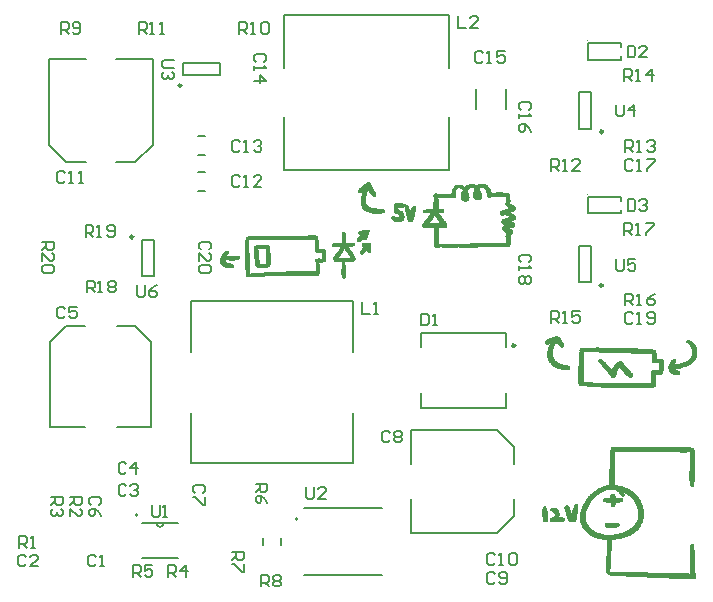
<source format=gto>
G04 Layer_Color=65535*
%FSLAX24Y24*%
%MOIN*%
G70*
G01*
G75*
%ADD33C,0.0098*%
%ADD34C,0.0039*%
%ADD35C,0.0060*%
%ADD36C,0.0079*%
%ADD37C,0.0012*%
%ADD38C,0.0014*%
D33*
X14862Y22559D02*
G03*
X14862Y22559I-49J0D01*
G01*
X16467Y27608D02*
G03*
X16467Y27608I-49J0D01*
G01*
X27589Y18937D02*
G03*
X27589Y18937I-49J0D01*
G01*
X30512Y26063D02*
G03*
X30512Y26063I-49J0D01*
G01*
Y20945D02*
G03*
X30512Y20945I-49J0D01*
G01*
D34*
X30010Y29104D02*
G03*
X30010Y29104I-20J0D01*
G01*
Y23986D02*
G03*
X30010Y23986I-20J0D01*
G01*
D35*
X15628Y13012D02*
G03*
X15868Y13012I120J0D01*
G01*
X20335Y13152D02*
G03*
X20335Y13152I-30J0D01*
G01*
X19893Y28183D02*
Y29952D01*
X25383D01*
Y24772D02*
Y26541D01*
X19893Y24772D02*
X25383D01*
X19893D02*
Y26541D01*
X25383Y28183D02*
Y29952D01*
X12095Y16228D02*
Y19063D01*
X12630Y19598D01*
X13249D01*
X15465Y16228D02*
Y19063D01*
X14929Y19598D02*
X15465Y19063D01*
X14311Y19598D02*
X14929D01*
X12095Y16228D02*
X13249D01*
X14311D02*
X15465D01*
X24102Y14995D02*
Y16134D01*
Y12684D02*
Y13823D01*
X27552Y13260D02*
Y13823D01*
X26976Y12684D02*
X27552Y13260D01*
X24102Y12684D02*
X26976D01*
X27552Y14995D02*
Y15558D01*
X26976Y16134D02*
X27552Y15558D01*
X24102Y16134D02*
X26976D01*
X14286Y28497D02*
X15505D01*
X12055D02*
X13274D01*
X12631Y25047D02*
X13274D01*
X12055Y25623D02*
X12631Y25047D01*
X12055Y25623D02*
Y28497D01*
X14286Y25047D02*
X14929D01*
X15505Y25623D01*
Y28497D01*
X30031Y29020D02*
X31132D01*
X30031Y28470D02*
X31132D01*
X30031D02*
Y29020D01*
X31132Y28470D02*
Y28583D01*
Y28888D02*
Y29020D01*
X30031Y23902D02*
X31132D01*
X30031Y23352D02*
X31132D01*
X30031D02*
Y23902D01*
X31132Y23352D02*
Y23465D01*
Y23770D02*
Y23902D01*
X22183Y15022D02*
Y16701D01*
X16793Y18733D02*
Y20412D01*
X16948D02*
X22028D01*
X22183D01*
Y18733D02*
Y20412D01*
X22028Y15022D02*
X22183D01*
X16948D02*
X22028D01*
X16793D02*
X16948D01*
X16793D02*
Y16701D01*
Y20412D02*
X16948D01*
X15138Y11842D02*
X16358D01*
X15138Y13012D02*
X16358D01*
X20550Y13507D02*
X23150D01*
X20550Y11297D02*
X23150D01*
D36*
X15000Y13287D02*
G03*
X15000Y13287I-39J0D01*
G01*
X15157Y22461D02*
X15551D01*
X15157Y21240D02*
X15551D01*
X15157D02*
Y22461D01*
X15551Y21240D02*
Y22461D01*
X16516Y28346D02*
X17736D01*
X16516Y27953D02*
X17736D01*
Y28346D01*
X16516Y27953D02*
Y28346D01*
X24449Y19350D02*
X27283D01*
X24449Y16870D02*
X27283D01*
X24449Y18878D02*
Y19350D01*
X27283Y18878D02*
Y19350D01*
X24449Y16870D02*
Y17343D01*
X27283Y16870D02*
Y17343D01*
X17008Y24724D02*
X17244D01*
X17008Y24094D02*
X17244D01*
X17008Y25906D02*
X17244D01*
X17008Y25276D02*
X17244D01*
X27274Y26831D02*
Y27500D01*
X26270Y26831D02*
Y27500D01*
X19793Y12283D02*
Y12520D01*
X19183Y12283D02*
Y12520D01*
X29724Y26161D02*
X30118D01*
X29724Y27382D02*
X30118D01*
Y26161D02*
Y27382D01*
X29724Y26161D02*
Y27382D01*
Y21043D02*
X30118D01*
X29724Y22264D02*
X30118D01*
Y21043D02*
Y22264D01*
X29724Y21043D02*
Y22264D01*
X24449Y20000D02*
Y19606D01*
X24646D01*
X24711Y19672D01*
Y19934D01*
X24646Y20000D01*
X24449D01*
X24842Y19606D02*
X24974D01*
X24908D01*
Y20000D01*
X24842Y19934D01*
X25679Y29931D02*
Y29537D01*
X25942D01*
X26335D02*
X26073D01*
X26335Y29800D01*
Y29865D01*
X26270Y29931D01*
X26138D01*
X26073Y29865D01*
X31522Y19974D02*
X31457Y20039D01*
X31325D01*
X31260Y19974D01*
Y19711D01*
X31325Y19646D01*
X31457D01*
X31522Y19711D01*
X31653Y19646D02*
X31785D01*
X31719D01*
Y20039D01*
X31653Y19974D01*
X31981Y19711D02*
X32047Y19646D01*
X32178D01*
X32244Y19711D01*
Y19974D01*
X32178Y20039D01*
X32047D01*
X31981Y19974D01*
Y19908D01*
X32047Y19842D01*
X32244D01*
X31522Y25092D02*
X31457Y25157D01*
X31325D01*
X31260Y25092D01*
Y24829D01*
X31325Y24764D01*
X31457D01*
X31522Y24829D01*
X31653Y24764D02*
X31785D01*
X31719D01*
Y25157D01*
X31653Y25092D01*
X31981Y25157D02*
X32244D01*
Y25092D01*
X31981Y24829D01*
Y24764D01*
X13609Y11903D02*
X13543Y11968D01*
X13412D01*
X13346Y11903D01*
Y11640D01*
X13412Y11575D01*
X13543D01*
X13609Y11640D01*
X13740Y11575D02*
X13871D01*
X13806D01*
Y11968D01*
X13740Y11903D01*
X11286D02*
X11220Y11968D01*
X11089D01*
X11024Y11903D01*
Y11640D01*
X11089Y11575D01*
X11220D01*
X11286Y11640D01*
X11680Y11575D02*
X11417D01*
X11680Y11837D01*
Y11903D01*
X11614Y11968D01*
X11483D01*
X11417Y11903D01*
X14632Y14265D02*
X14567Y14331D01*
X14436D01*
X14370Y14265D01*
Y14003D01*
X14436Y13937D01*
X14567D01*
X14632Y14003D01*
X14764Y14265D02*
X14829Y14331D01*
X14960D01*
X15026Y14265D01*
Y14199D01*
X14960Y14134D01*
X14895D01*
X14960D01*
X15026Y14068D01*
Y14003D01*
X14960Y13937D01*
X14829D01*
X14764Y14003D01*
X14632Y14974D02*
X14567Y15039D01*
X14436D01*
X14370Y14974D01*
Y14711D01*
X14436Y14646D01*
X14567D01*
X14632Y14711D01*
X14960Y14646D02*
Y15039D01*
X14764Y14842D01*
X15026D01*
X12585Y20171D02*
X12520Y20236D01*
X12388D01*
X12323Y20171D01*
Y19908D01*
X12388Y19843D01*
X12520D01*
X12585Y19908D01*
X12979Y20236D02*
X12716D01*
Y20039D01*
X12848Y20105D01*
X12913D01*
X12979Y20039D01*
Y19908D01*
X12913Y19843D01*
X12782D01*
X12716Y19908D01*
X13714Y13635D02*
X13779Y13701D01*
Y13832D01*
X13714Y13898D01*
X13451D01*
X13386Y13832D01*
Y13701D01*
X13451Y13635D01*
X13779Y13242D02*
X13714Y13373D01*
X13583Y13504D01*
X13451D01*
X13386Y13438D01*
Y13307D01*
X13451Y13242D01*
X13517D01*
X13583Y13307D01*
Y13504D01*
X17178Y14029D02*
X17244Y14095D01*
Y14226D01*
X17178Y14291D01*
X16916D01*
X16850Y14226D01*
Y14095D01*
X16916Y14029D01*
X17244Y13898D02*
Y13635D01*
X17178D01*
X16916Y13898D01*
X16850D01*
X23412Y16037D02*
X23346Y16102D01*
X23215D01*
X23150Y16037D01*
Y15774D01*
X23215Y15709D01*
X23346D01*
X23412Y15774D01*
X23543Y16037D02*
X23609Y16102D01*
X23740D01*
X23806Y16037D01*
Y15971D01*
X23740Y15905D01*
X23806Y15840D01*
Y15774D01*
X23740Y15709D01*
X23609D01*
X23543Y15774D01*
Y15840D01*
X23609Y15905D01*
X23543Y15971D01*
Y16037D01*
X23609Y15905D02*
X23740D01*
X26916Y11312D02*
X26850Y11378D01*
X26719D01*
X26654Y11312D01*
Y11050D01*
X26719Y10984D01*
X26850D01*
X26916Y11050D01*
X27047D02*
X27113Y10984D01*
X27244D01*
X27310Y11050D01*
Y11312D01*
X27244Y11378D01*
X27113D01*
X27047Y11312D01*
Y11247D01*
X27113Y11181D01*
X27310D01*
X26916Y11942D02*
X26850Y12008D01*
X26719D01*
X26654Y11942D01*
Y11680D01*
X26719Y11614D01*
X26850D01*
X26916Y11680D01*
X27047Y11614D02*
X27178D01*
X27113D01*
Y12008D01*
X27047Y11942D01*
X27375D02*
X27441Y12008D01*
X27572D01*
X27637Y11942D01*
Y11680D01*
X27572Y11614D01*
X27441D01*
X27375Y11680D01*
Y11942D01*
X12585Y24698D02*
X12520Y24764D01*
X12388D01*
X12323Y24698D01*
Y24436D01*
X12388Y24370D01*
X12520D01*
X12585Y24436D01*
X12716Y24370D02*
X12848D01*
X12782D01*
Y24764D01*
X12716Y24698D01*
X13044Y24370D02*
X13176D01*
X13110D01*
Y24764D01*
X13044Y24698D01*
X18412Y24541D02*
X18346Y24606D01*
X18215D01*
X18150Y24541D01*
Y24278D01*
X18215Y24213D01*
X18346D01*
X18412Y24278D01*
X18543Y24213D02*
X18674D01*
X18609D01*
Y24606D01*
X18543Y24541D01*
X19134Y24213D02*
X18871D01*
X19134Y24475D01*
Y24541D01*
X19068Y24606D01*
X18937D01*
X18871Y24541D01*
X18412Y25722D02*
X18346Y25787D01*
X18215D01*
X18150Y25722D01*
Y25459D01*
X18215Y25394D01*
X18346D01*
X18412Y25459D01*
X18543Y25394D02*
X18674D01*
X18609D01*
Y25787D01*
X18543Y25722D01*
X18871D02*
X18937Y25787D01*
X19068D01*
X19134Y25722D01*
Y25656D01*
X19068Y25590D01*
X19002D01*
X19068D01*
X19134Y25525D01*
Y25459D01*
X19068Y25394D01*
X18937D01*
X18871Y25459D01*
X19226Y28399D02*
X19291Y28465D01*
Y28596D01*
X19226Y28661D01*
X18963D01*
X18898Y28596D01*
Y28465D01*
X18963Y28399D01*
X18898Y28268D02*
Y28137D01*
Y28202D01*
X19291D01*
X19226Y28268D01*
X18898Y27743D02*
X19291D01*
X19094Y27940D01*
Y27677D01*
X26522Y28674D02*
X26457Y28740D01*
X26325D01*
X26260Y28674D01*
Y28412D01*
X26325Y28346D01*
X26457D01*
X26522Y28412D01*
X26653Y28346D02*
X26785D01*
X26719D01*
Y28740D01*
X26653Y28674D01*
X27244Y28740D02*
X26981D01*
Y28543D01*
X27113Y28609D01*
X27178D01*
X27244Y28543D01*
Y28412D01*
X27178Y28346D01*
X27047D01*
X26981Y28412D01*
X28045Y26785D02*
X28110Y26850D01*
Y26982D01*
X28045Y27047D01*
X27782D01*
X27717Y26982D01*
Y26850D01*
X27782Y26785D01*
X27717Y26654D02*
Y26522D01*
Y26588D01*
X28110D01*
X28045Y26654D01*
X28110Y26063D02*
X28045Y26195D01*
X27913Y26326D01*
X27782D01*
X27717Y26260D01*
Y26129D01*
X27782Y26063D01*
X27848D01*
X27913Y26129D01*
Y26326D01*
X28045Y21706D02*
X28110Y21772D01*
Y21903D01*
X28045Y21969D01*
X27782D01*
X27717Y21903D01*
Y21772D01*
X27782Y21706D01*
X27717Y21575D02*
Y21444D01*
Y21509D01*
X28110D01*
X28045Y21575D01*
Y21247D02*
X28110Y21181D01*
Y21050D01*
X28045Y20985D01*
X27979D01*
X27913Y21050D01*
X27848Y20985D01*
X27782D01*
X27717Y21050D01*
Y21181D01*
X27782Y21247D01*
X27848D01*
X27913Y21181D01*
X27979Y21247D01*
X28045D01*
X27913Y21181D02*
Y21050D01*
X31339Y28937D02*
Y28543D01*
X31535D01*
X31601Y28609D01*
Y28871D01*
X31535Y28937D01*
X31339D01*
X31995Y28543D02*
X31732D01*
X31995Y28806D01*
Y28871D01*
X31929Y28937D01*
X31798D01*
X31732Y28871D01*
X31339Y23819D02*
Y23425D01*
X31535D01*
X31601Y23491D01*
Y23753D01*
X31535Y23819D01*
X31339D01*
X31732Y23753D02*
X31798Y23819D01*
X31929D01*
X31995Y23753D01*
Y23688D01*
X31929Y23622D01*
X31863D01*
X31929D01*
X31995Y23556D01*
Y23491D01*
X31929Y23425D01*
X31798D01*
X31732Y23491D01*
X22480Y20394D02*
Y20000D01*
X22743D01*
X22874D02*
X23005D01*
X22939D01*
Y20394D01*
X22874Y20328D01*
X11063Y12205D02*
Y12598D01*
X11260D01*
X11325Y12533D01*
Y12402D01*
X11260Y12336D01*
X11063D01*
X11194D02*
X11325Y12205D01*
X11457D02*
X11588D01*
X11522D01*
Y12598D01*
X11457Y12533D01*
X12756Y13898D02*
X13149D01*
Y13701D01*
X13084Y13635D01*
X12953D01*
X12887Y13701D01*
Y13898D01*
Y13766D02*
X12756Y13635D01*
Y13242D02*
Y13504D01*
X13018Y13242D01*
X13084D01*
X13149Y13307D01*
Y13438D01*
X13084Y13504D01*
X12126Y13898D02*
X12520D01*
Y13701D01*
X12454Y13635D01*
X12323D01*
X12257Y13701D01*
Y13898D01*
Y13766D02*
X12126Y13635D01*
X12454Y13504D02*
X12520Y13438D01*
Y13307D01*
X12454Y13242D01*
X12388D01*
X12323Y13307D01*
Y13373D01*
Y13307D01*
X12257Y13242D01*
X12192D01*
X12126Y13307D01*
Y13438D01*
X12192Y13504D01*
X16024Y11220D02*
Y11614D01*
X16220D01*
X16286Y11548D01*
Y11417D01*
X16220Y11352D01*
X16024D01*
X16155D02*
X16286Y11220D01*
X16614D02*
Y11614D01*
X16417Y11417D01*
X16680D01*
X14843Y11220D02*
Y11614D01*
X15039D01*
X15105Y11548D01*
Y11417D01*
X15039Y11352D01*
X14843D01*
X14974D02*
X15105Y11220D01*
X15498Y11614D02*
X15236D01*
Y11417D01*
X15367Y11483D01*
X15433D01*
X15498Y11417D01*
Y11286D01*
X15433Y11220D01*
X15302D01*
X15236Y11286D01*
X18937Y14331D02*
X19331D01*
Y14134D01*
X19265Y14068D01*
X19134D01*
X19068Y14134D01*
Y14331D01*
Y14200D02*
X18937Y14068D01*
X19331Y13675D02*
X19265Y13806D01*
X19134Y13937D01*
X19003D01*
X18937Y13872D01*
Y13740D01*
X19003Y13675D01*
X19068D01*
X19134Y13740D01*
Y13937D01*
X18150Y12047D02*
X18543D01*
Y11850D01*
X18478Y11785D01*
X18346D01*
X18281Y11850D01*
Y12047D01*
Y11916D02*
X18150Y11785D01*
X18543Y11654D02*
Y11391D01*
X18478D01*
X18215Y11654D01*
X18150D01*
X19134Y10906D02*
Y11299D01*
X19331D01*
X19396Y11233D01*
Y11102D01*
X19331Y11037D01*
X19134D01*
X19265D02*
X19396Y10906D01*
X19527Y11233D02*
X19593Y11299D01*
X19724D01*
X19790Y11233D01*
Y11168D01*
X19724Y11102D01*
X19790Y11037D01*
Y10971D01*
X19724Y10906D01*
X19593D01*
X19527Y10971D01*
Y11037D01*
X19593Y11102D01*
X19527Y11168D01*
Y11233D01*
X19593Y11102D02*
X19724D01*
X12441Y29331D02*
Y29724D01*
X12638D01*
X12703Y29659D01*
Y29527D01*
X12638Y29462D01*
X12441D01*
X12572D02*
X12703Y29331D01*
X12835Y29396D02*
X12900Y29331D01*
X13031D01*
X13097Y29396D01*
Y29659D01*
X13031Y29724D01*
X12900D01*
X12835Y29659D01*
Y29593D01*
X12900Y29527D01*
X13097D01*
X18386Y29331D02*
Y29724D01*
X18583D01*
X18648Y29659D01*
Y29527D01*
X18583Y29462D01*
X18386D01*
X18517D02*
X18648Y29331D01*
X18779D02*
X18911D01*
X18845D01*
Y29724D01*
X18779Y29659D01*
X19107D02*
X19173Y29724D01*
X19304D01*
X19370Y29659D01*
Y29396D01*
X19304Y29331D01*
X19173D01*
X19107Y29396D01*
Y29659D01*
X15039Y29331D02*
Y29724D01*
X15236D01*
X15302Y29659D01*
Y29527D01*
X15236Y29462D01*
X15039D01*
X15171D02*
X15302Y29331D01*
X15433D02*
X15564D01*
X15499D01*
Y29724D01*
X15433Y29659D01*
X15761Y29331D02*
X15892D01*
X15827D01*
Y29724D01*
X15761Y29659D01*
X28780Y24764D02*
Y25157D01*
X28976D01*
X29042Y25092D01*
Y24961D01*
X28976Y24895D01*
X28780D01*
X28911D02*
X29042Y24764D01*
X29173D02*
X29304D01*
X29239D01*
Y25157D01*
X29173Y25092D01*
X29763Y24764D02*
X29501D01*
X29763Y25026D01*
Y25092D01*
X29698Y25157D01*
X29567D01*
X29501Y25092D01*
X31260Y25394D02*
Y25787D01*
X31457D01*
X31522Y25722D01*
Y25590D01*
X31457Y25525D01*
X31260D01*
X31391D02*
X31522Y25394D01*
X31653D02*
X31785D01*
X31719D01*
Y25787D01*
X31653Y25722D01*
X31981D02*
X32047Y25787D01*
X32178D01*
X32244Y25722D01*
Y25656D01*
X32178Y25590D01*
X32113D01*
X32178D01*
X32244Y25525D01*
Y25459D01*
X32178Y25394D01*
X32047D01*
X31981Y25459D01*
X28780Y19685D02*
Y20079D01*
X28976D01*
X29042Y20013D01*
Y19882D01*
X28976Y19816D01*
X28780D01*
X28911D02*
X29042Y19685D01*
X29173D02*
X29304D01*
X29239D01*
Y20079D01*
X29173Y20013D01*
X29763Y20079D02*
X29501D01*
Y19882D01*
X29632Y19947D01*
X29698D01*
X29763Y19882D01*
Y19751D01*
X29698Y19685D01*
X29567D01*
X29501Y19751D01*
X31260Y20276D02*
Y20669D01*
X31457D01*
X31522Y20604D01*
Y20472D01*
X31457Y20407D01*
X31260D01*
X31391D02*
X31522Y20276D01*
X31653D02*
X31785D01*
X31719D01*
Y20669D01*
X31653Y20604D01*
X32244Y20669D02*
X32113Y20604D01*
X31981Y20472D01*
Y20341D01*
X32047Y20276D01*
X32178D01*
X32244Y20341D01*
Y20407D01*
X32178Y20472D01*
X31981D01*
X31220Y27756D02*
Y28149D01*
X31417D01*
X31483Y28084D01*
Y27953D01*
X31417Y27887D01*
X31220D01*
X31352D02*
X31483Y27756D01*
X31614D02*
X31745D01*
X31680D01*
Y28149D01*
X31614Y28084D01*
X32139Y27756D02*
Y28149D01*
X31942Y27953D01*
X32204D01*
X31220Y22638D02*
Y23031D01*
X31417D01*
X31483Y22966D01*
Y22835D01*
X31417Y22769D01*
X31220D01*
X31352D02*
X31483Y22638D01*
X31614D02*
X31745D01*
X31680D01*
Y23031D01*
X31614Y22966D01*
X31942Y23031D02*
X32204D01*
Y22966D01*
X31942Y22703D01*
Y22638D01*
X15472Y13622D02*
Y13294D01*
X15538Y13228D01*
X15669D01*
X15735Y13294D01*
Y13622D01*
X15866Y13228D02*
X15997D01*
X15932D01*
Y13622D01*
X15866Y13556D01*
X20630Y14212D02*
Y13884D01*
X20696Y13819D01*
X20827D01*
X20892Y13884D01*
Y14212D01*
X21286Y13819D02*
X21023D01*
X21286Y14081D01*
Y14147D01*
X21220Y14212D01*
X21089D01*
X21023Y14147D01*
X16220Y28465D02*
X15892D01*
X15827Y28399D01*
Y28268D01*
X15892Y28202D01*
X16220D01*
X16155Y28071D02*
X16220Y28005D01*
Y27874D01*
X16155Y27809D01*
X16089D01*
X16024Y27874D01*
Y27940D01*
Y27874D01*
X15958Y27809D01*
X15892D01*
X15827Y27874D01*
Y28005D01*
X15892Y28071D01*
X30945Y26968D02*
Y26640D01*
X31010Y26575D01*
X31142D01*
X31207Y26640D01*
Y26968D01*
X31535Y26575D02*
Y26968D01*
X31338Y26772D01*
X31601D01*
X30945Y21811D02*
Y21483D01*
X31010Y21417D01*
X31142D01*
X31207Y21483D01*
Y21811D01*
X31601D02*
X31338D01*
Y21614D01*
X31470Y21680D01*
X31535D01*
X31601Y21614D01*
Y21483D01*
X31535Y21417D01*
X31404D01*
X31338Y21483D01*
X17375Y22139D02*
X17441Y22205D01*
Y22336D01*
X17375Y22402D01*
X17113D01*
X17047Y22336D01*
Y22205D01*
X17113Y22139D01*
X17047Y21746D02*
Y22008D01*
X17310Y21746D01*
X17375D01*
X17441Y21811D01*
Y21942D01*
X17375Y22008D01*
Y21614D02*
X17441Y21549D01*
Y21418D01*
X17375Y21352D01*
X17113D01*
X17047Y21418D01*
Y21549D01*
X17113Y21614D01*
X17375D01*
X13307Y20709D02*
Y21102D01*
X13504D01*
X13569Y21037D01*
Y20905D01*
X13504Y20840D01*
X13307D01*
X13438D02*
X13569Y20709D01*
X13701D02*
X13832D01*
X13766D01*
Y21102D01*
X13701Y21037D01*
X14029D02*
X14094Y21102D01*
X14225D01*
X14291Y21037D01*
Y20971D01*
X14225Y20905D01*
X14291Y20840D01*
Y20774D01*
X14225Y20709D01*
X14094D01*
X14029Y20774D01*
Y20840D01*
X14094Y20905D01*
X14029Y20971D01*
Y21037D01*
X14094Y20905D02*
X14225D01*
X13268Y22559D02*
Y22953D01*
X13464D01*
X13530Y22887D01*
Y22756D01*
X13464Y22690D01*
X13268D01*
X13399D02*
X13530Y22559D01*
X13661D02*
X13792D01*
X13727D01*
Y22953D01*
X13661Y22887D01*
X13989Y22625D02*
X14055Y22559D01*
X14186D01*
X14252Y22625D01*
Y22887D01*
X14186Y22953D01*
X14055D01*
X13989Y22887D01*
Y22821D01*
X14055Y22756D01*
X14252D01*
X11811Y22400D02*
X12205D01*
Y22203D01*
X12139Y22137D01*
X12008D01*
X11942Y22203D01*
Y22400D01*
Y22268D02*
X11811Y22137D01*
Y21744D02*
Y22006D01*
X12073Y21744D01*
X12139D01*
X12205Y21809D01*
Y21940D01*
X12139Y22006D01*
Y21612D02*
X12205Y21547D01*
Y21416D01*
X12139Y21350D01*
X11877D01*
X11811Y21416D01*
Y21547D01*
X11877Y21612D01*
X12139D01*
X15000Y20945D02*
Y20617D01*
X15066Y20551D01*
X15197D01*
X15262Y20617D01*
Y20945D01*
X15656D02*
X15525Y20879D01*
X15394Y20748D01*
Y20617D01*
X15459Y20551D01*
X15590D01*
X15656Y20617D01*
Y20682D01*
X15590Y20748D01*
X15394D01*
D37*
X21160Y21840D02*
X21208D01*
X21160Y21830D02*
X21208D01*
X21140Y21742D02*
X21188D01*
X21140Y21752D02*
X21188D01*
X21150D02*
X21198D01*
X21189Y21801D02*
X21237D01*
X21189Y21791D02*
X21237D01*
X21189Y21781D02*
X21237D01*
X21189Y21771D02*
X21237D01*
X21170Y21761D02*
X21218D01*
X21160Y21820D02*
X21208D01*
X21170Y21771D02*
X21218D01*
X21179Y21781D02*
X21227D01*
X21179Y21791D02*
X21227D01*
X21179Y21801D02*
X21227D01*
X21189Y21811D02*
X21237D01*
X22654Y22797D02*
X22690D01*
X22630Y22785D02*
X22702D01*
X22498Y22773D02*
X22582D01*
X22618D02*
X22702D01*
X22402Y22761D02*
X22702D01*
X22378Y22749D02*
X22690D01*
X21850Y22737D02*
X21874D01*
X22378D02*
X22690D01*
X21826Y22725D02*
X21898D01*
X22366D02*
X22690D01*
X21814Y22713D02*
X21898D01*
X22366D02*
X22690D01*
X21814Y22701D02*
X21910D01*
X22366D02*
X22690D01*
X21814Y22689D02*
X21910D01*
X22366D02*
X22690D01*
X21802Y22677D02*
X21910D01*
X22378D02*
X22690D01*
X21802Y22665D02*
X21910D01*
X22390D02*
X22678D01*
X21802Y22653D02*
X21910D01*
X22486D02*
X22678D01*
X21802Y22641D02*
X21910D01*
X22474D02*
X22678D01*
X21802Y22629D02*
X21910D01*
X22450D02*
X22666D01*
X21802Y22617D02*
X21910D01*
X22426D02*
X22666D01*
X21802Y22605D02*
X21910D01*
X22414D02*
X22666D01*
X20697Y22613D02*
X20913D01*
X21802Y22593D02*
X21910D01*
X22402D02*
X22654D01*
X20613Y22601D02*
X20925D01*
X20937D02*
X20973D01*
X21802Y22581D02*
X21910D01*
X22390D02*
X22654D01*
X19137Y22589D02*
X19449D01*
X19473D02*
X20985D01*
X21802Y22569D02*
X21910D01*
X22378D02*
X22642D01*
X18693Y22576D02*
X20997D01*
X21802Y22557D02*
X21910D01*
X22366D02*
X22642D01*
X18645Y22564D02*
X20997D01*
X21802Y22545D02*
X21910D01*
X22354D02*
X22630D01*
X18645Y22552D02*
X20997D01*
X21802Y22533D02*
X21910D01*
X22342D02*
X22510D01*
X22522D02*
X22618D01*
X18633Y22541D02*
X20997D01*
X21802Y22521D02*
X21910D01*
X22330D02*
X22498D01*
X22522D02*
X22618D01*
X18621Y22529D02*
X20997D01*
X21802Y22509D02*
X21922D01*
X22318D02*
X22486D01*
X22522D02*
X22618D01*
X18621Y22517D02*
X20997D01*
X21802Y22497D02*
X21922D01*
X22306D02*
X22474D01*
X22534D02*
X22606D01*
X18609Y22504D02*
X20901D01*
X20913D02*
X20997D01*
X21802Y22485D02*
X21922D01*
X22306D02*
X22462D01*
X22546D02*
X22606D01*
X18621Y22492D02*
X20745D01*
X20829D02*
X20877D01*
X20913D02*
X20997D01*
X21802Y22473D02*
X21922D01*
X22306D02*
X22450D01*
X22558D02*
X22582D01*
X18609Y22480D02*
X18657D01*
X18729D02*
X19125D01*
X19401D02*
X19605D01*
X19641D02*
X20685D01*
X20913D02*
X20997D01*
X21802Y22461D02*
X21910D01*
X22306D02*
X22438D01*
X18597Y22469D02*
X18669D01*
X20913D02*
X21009D01*
X21802Y22449D02*
X21910D01*
X22306D02*
X22426D01*
X18585Y22457D02*
X18669D01*
X20913D02*
X21009D01*
X21802Y22437D02*
X21910D01*
X22306D02*
X22414D01*
X18585Y22445D02*
X18669D01*
X20913D02*
X21009D01*
X21802Y22425D02*
X21910D01*
X22318D02*
X22402D01*
X18585Y22432D02*
X18669D01*
X20913D02*
X21009D01*
X21802Y22413D02*
X21910D01*
X22330D02*
X22390D01*
X18585Y22420D02*
X18669D01*
X20913D02*
X21009D01*
X21802Y22401D02*
X21910D01*
X18585Y22408D02*
X18669D01*
X20913D02*
X21009D01*
X21814Y22389D02*
X21910D01*
X18585Y22397D02*
X18669D01*
X20913D02*
X21009D01*
X21814Y22377D02*
X21910D01*
X18585Y22385D02*
X18669D01*
X20913D02*
X21009D01*
X21682Y22365D02*
X22198D01*
X18585Y22373D02*
X18669D01*
X20913D02*
X21009D01*
X21610Y22353D02*
X22210D01*
X18585Y22360D02*
X18669D01*
X20913D02*
X21009D01*
X21526Y22341D02*
X22222D01*
X22498D02*
X22666D01*
X22690D02*
X22738D01*
X18585Y22348D02*
X18681D01*
X20913D02*
X21021D01*
X21502Y22329D02*
X22222D01*
X22486D02*
X22750D01*
X18585Y22336D02*
X18681D01*
X20913D02*
X21021D01*
X21490Y22317D02*
X22222D01*
X22486D02*
X22750D01*
X18585Y22325D02*
X18681D01*
X20913D02*
X21021D01*
X21490Y22305D02*
X22222D01*
X22486D02*
X22762D01*
X18585Y22313D02*
X18681D01*
X20913D02*
X21021D01*
X21490Y22293D02*
X22210D01*
X22486D02*
X22762D01*
X18585Y22301D02*
X18681D01*
X19089D02*
X19341D01*
X20913D02*
X21021D01*
X21490Y22281D02*
X22198D01*
X22486D02*
X22762D01*
X18585Y22288D02*
X18681D01*
X19005D02*
X19353D01*
X20913D02*
X21021D01*
X21490Y22269D02*
X22138D01*
X22486D02*
X22762D01*
X18585Y22276D02*
X18681D01*
X18957D02*
X19353D01*
X20913D02*
X21021D01*
X21514Y22257D02*
X22078D01*
X22498D02*
X22762D01*
X18585Y22264D02*
X18681D01*
X18921D02*
X19365D01*
X20913D02*
X21021D01*
X21790Y22245D02*
X21982D01*
X22510D02*
X22762D01*
X18585Y22253D02*
X18693D01*
X18897D02*
X19365D01*
X20913D02*
X21021D01*
X21778Y22233D02*
X21982D01*
X22546D02*
X22750D01*
X18585Y22241D02*
X18693D01*
X18885D02*
X19377D01*
X20913D02*
X21021D01*
X21778Y22221D02*
X22006D01*
X22558D02*
X22750D01*
X18585Y22229D02*
X18693D01*
X18873D02*
X19377D01*
X20913D02*
X21021D01*
X21766Y22209D02*
X22018D01*
X22534D02*
X22750D01*
X18585Y22216D02*
X18693D01*
X18873D02*
X19377D01*
X20913D02*
X21021D01*
X21766Y22197D02*
X21874D01*
X21886D02*
X22030D01*
X22522D02*
X22750D01*
X18585Y22204D02*
X18693D01*
X18873D02*
X19377D01*
X20913D02*
X21021D01*
X21754Y22185D02*
X21874D01*
X21886D02*
X22042D01*
X22510D02*
X22750D01*
X18585Y22192D02*
X18693D01*
X18885D02*
X19125D01*
X19257D02*
X19377D01*
X20913D02*
X21021D01*
X21754Y22173D02*
X21862D01*
X21898D02*
X22054D01*
X22498D02*
X22750D01*
X18585Y22181D02*
X18693D01*
X18885D02*
X19017D01*
X19269D02*
X19389D01*
X20913D02*
X21021D01*
X21742Y22161D02*
X21862D01*
X21910D02*
X22066D01*
X22486D02*
X22750D01*
X18585Y22169D02*
X18693D01*
X18897D02*
X18993D01*
X19269D02*
X19389D01*
X20913D02*
X21021D01*
X21730Y22149D02*
X21850D01*
X21922D02*
X22066D01*
X22474D02*
X22750D01*
X18585Y22157D02*
X18693D01*
X18897D02*
X18993D01*
X19269D02*
X19389D01*
X20913D02*
X21021D01*
X21730Y22137D02*
X21850D01*
X21922D02*
X22078D01*
X22462D02*
X22630D01*
X22642D02*
X22750D01*
X18585Y22144D02*
X18693D01*
X18897D02*
X18993D01*
X19269D02*
X19389D01*
X20913D02*
X21213D01*
X21718Y22125D02*
X21838D01*
X21934D02*
X22078D01*
X22450D02*
X22618D01*
X22654D02*
X22750D01*
X18585Y22132D02*
X18693D01*
X18897D02*
X19005D01*
X19269D02*
X19389D01*
X20913D02*
X21249D01*
X21706Y22113D02*
X21838D01*
X21946D02*
X22090D01*
X22438D02*
X22606D01*
X22654D02*
X22750D01*
X18585Y22120D02*
X18693D01*
X18897D02*
X19005D01*
X19281D02*
X19389D01*
X20913D02*
X21249D01*
X21694Y22101D02*
X21826D01*
X21958D02*
X22102D01*
X22438D02*
X22594D01*
X22654D02*
X22750D01*
X18585Y22109D02*
X18693D01*
X18909D02*
X19005D01*
X19281D02*
X19401D01*
X20925D02*
X21261D01*
X21682Y22089D02*
X21826D01*
X21970D02*
X22114D01*
X22426D02*
X22582D01*
X22666D02*
X22750D01*
X17963Y22097D02*
X17999D01*
X18585D02*
X18693D01*
X18909D02*
X19005D01*
X19281D02*
X19401D01*
X20925D02*
X21261D01*
X21670Y22077D02*
X21814D01*
X21982D02*
X22114D01*
X22426D02*
X22570D01*
X22666D02*
X22750D01*
X17951Y22085D02*
X18011D01*
X18585D02*
X18693D01*
X18909D02*
X19005D01*
X19281D02*
X19401D01*
X20925D02*
X21261D01*
X21670Y22065D02*
X21802D01*
X21982D02*
X22126D01*
X22426D02*
X22558D01*
X22678D02*
X22750D01*
X17915Y22073D02*
X18011D01*
X18585D02*
X18693D01*
X18897D02*
X19005D01*
X19281D02*
X19401D01*
X20937D02*
X21261D01*
X21658Y22053D02*
X21802D01*
X21994D02*
X22138D01*
X22426D02*
X22546D01*
X22690D02*
X22726D01*
X17891Y22060D02*
X18011D01*
X18585D02*
X18693D01*
X18897D02*
X19005D01*
X19281D02*
X19401D01*
X20937D02*
X21261D01*
X21646Y22041D02*
X21790D01*
X22006D02*
X22150D01*
X22426D02*
X22546D01*
X17879Y22048D02*
X18011D01*
X18585D02*
X18693D01*
X18897D02*
X19005D01*
X19281D02*
X19401D01*
X20973D02*
X21033D01*
X21093D02*
X21249D01*
X21634Y22029D02*
X21778D01*
X22006D02*
X22150D01*
X22426D02*
X22534D01*
X17867Y22036D02*
X18011D01*
X18585D02*
X18693D01*
X18897D02*
X19005D01*
X19281D02*
X19401D01*
X21153D02*
X21249D01*
X21622Y22017D02*
X21778D01*
X22018D02*
X22162D01*
X22438D02*
X22522D01*
X17855Y22025D02*
X18011D01*
X18585D02*
X18693D01*
X18897D02*
X19005D01*
X19281D02*
X19413D01*
X21153D02*
X21249D01*
X21622Y22005D02*
X21766D01*
X22030D02*
X22174D01*
X22450D02*
X22498D01*
X17843Y22013D02*
X17999D01*
X18585D02*
X18705D01*
X18897D02*
X19005D01*
X19293D02*
X19413D01*
X21153D02*
X21261D01*
X21610Y21993D02*
X21754D01*
X22030D02*
X22186D01*
X17843Y22001D02*
X17987D01*
X18585D02*
X18705D01*
X18897D02*
X19017D01*
X19293D02*
X19413D01*
X21153D02*
X21261D01*
X21598Y21981D02*
X21754D01*
X22042D02*
X22186D01*
X17831Y21988D02*
X17975D01*
X18585D02*
X18705D01*
X18897D02*
X19017D01*
X19293D02*
X19413D01*
X21153D02*
X21261D01*
X21586Y21969D02*
X21742D01*
X22054D02*
X22198D01*
X17819Y21976D02*
X17975D01*
X18585D02*
X18705D01*
X18897D02*
X19017D01*
X19293D02*
X19413D01*
X21153D02*
X21261D01*
X21586Y21957D02*
X21730D01*
X22054D02*
X22198D01*
X17819Y21964D02*
X17963D01*
X18585D02*
X18705D01*
X18897D02*
X19017D01*
X19293D02*
X19413D01*
X21153D02*
X21261D01*
X21574Y21945D02*
X21730D01*
X22066D02*
X22198D01*
X17807Y21953D02*
X17951D01*
X18585D02*
X18705D01*
X18897D02*
X19017D01*
X19293D02*
X19413D01*
X21153D02*
X21261D01*
X21562Y21933D02*
X21718D01*
X22078D02*
X22210D01*
X17807Y21941D02*
X17939D01*
X18585D02*
X18705D01*
X18897D02*
X19017D01*
X19293D02*
X19413D01*
X21153D02*
X21261D01*
X21562Y21921D02*
X21706D01*
X22078D02*
X22210D01*
X17795Y21929D02*
X17951D01*
X18047D02*
X18179D01*
X18585D02*
X18705D01*
X18897D02*
X19017D01*
X19293D02*
X19413D01*
X21153D02*
X21261D01*
X21550Y21909D02*
X21694D01*
X22090D02*
X22222D01*
X17783Y21916D02*
X18371D01*
X18585D02*
X18705D01*
X18897D02*
X19017D01*
X19293D02*
X19413D01*
X21153D02*
X21261D01*
X21550Y21897D02*
X21682D01*
X22090D02*
X22222D01*
X17783Y21904D02*
X18371D01*
X18585D02*
X18705D01*
X18897D02*
X19017D01*
X19293D02*
X19413D01*
X21153D02*
X21261D01*
X21538Y21885D02*
X21682D01*
X22102D02*
X22234D01*
X17783Y21892D02*
X18371D01*
X18585D02*
X18705D01*
X18897D02*
X19029D01*
X19293D02*
X19413D01*
X21153D02*
X21261D01*
X21526Y21873D02*
X21670D01*
X22114D02*
X22234D01*
X17771Y21881D02*
X18371D01*
X18585D02*
X18705D01*
X18897D02*
X19029D01*
X19293D02*
X19413D01*
X21153D02*
X21261D01*
X21514Y21861D02*
X21658D01*
X22114D02*
X22246D01*
X17771Y21869D02*
X18371D01*
X18585D02*
X18705D01*
X18897D02*
X19029D01*
X19293D02*
X19413D01*
X21165D02*
X21261D01*
X21514Y21849D02*
X21646D01*
X21694D02*
X22246D01*
X17771Y21857D02*
X18359D01*
X18585D02*
X18705D01*
X18909D02*
X19029D01*
X19293D02*
X19413D01*
X21165D02*
X21261D01*
X21514Y21837D02*
X21634D01*
X21646D02*
X22246D01*
X17759Y21844D02*
X18347D01*
X18585D02*
X18705D01*
X18909D02*
X19029D01*
X19293D02*
X19413D01*
X21009D02*
X21045D01*
X21165D02*
X21249D01*
X21514Y21825D02*
X22246D01*
X17759Y21832D02*
X18335D01*
X18585D02*
X18705D01*
X18909D02*
X19029D01*
X19293D02*
X19413D01*
X20961D02*
X21105D01*
X21177D02*
X21249D01*
X21526Y21813D02*
X22234D01*
X17759Y21820D02*
X18323D01*
X18585D02*
X18705D01*
X18909D02*
X19029D01*
X19293D02*
X19413D01*
X20937D02*
X21177D01*
X21189D02*
X21237D01*
X21538Y21801D02*
X22222D01*
X17759Y21809D02*
X18287D01*
X18585D02*
X18717D01*
X18909D02*
X19029D01*
X19281D02*
X19413D01*
X20925D02*
X21189D01*
X21562Y21789D02*
X22222D01*
X17759Y21797D02*
X17927D01*
X18035D02*
X18203D01*
X18585D02*
X18717D01*
X18909D02*
X19041D01*
X19281D02*
X19413D01*
X20913D02*
X21189D01*
X21562Y21777D02*
X22210D01*
X17747Y21785D02*
X17891D01*
X18585D02*
X18717D01*
X18909D02*
X19041D01*
X19281D02*
X19413D01*
X20913D02*
X21189D01*
X21562Y21765D02*
X22186D01*
X17747Y21772D02*
X17891D01*
X18585D02*
X18717D01*
X18909D02*
X19041D01*
X19281D02*
X19413D01*
X20913D02*
X21189D01*
X21574Y21753D02*
X22138D01*
X17747Y21760D02*
X17891D01*
X18585D02*
X18717D01*
X18909D02*
X19041D01*
X19281D02*
X19413D01*
X20913D02*
X21189D01*
X21586Y21741D02*
X22078D01*
X17747Y21748D02*
X17903D01*
X18585D02*
X18717D01*
X18909D02*
X19041D01*
X19281D02*
X19413D01*
X20925D02*
X21165D01*
X17747Y21737D02*
X17927D01*
X18585D02*
X18717D01*
X18909D02*
X19041D01*
X19281D02*
X19413D01*
X20949D02*
X21021D01*
X21033D02*
X21153D01*
X21826Y21717D02*
X21874D01*
X17759Y21725D02*
X17939D01*
X18585D02*
X18717D01*
X18909D02*
X19041D01*
X19293D02*
X19413D01*
X20937D02*
X21033D01*
X21081D02*
X21117D01*
X21814Y21705D02*
X21886D01*
X17759Y21713D02*
X17963D01*
X18585D02*
X18717D01*
X18909D02*
X19041D01*
X19293D02*
X19413D01*
X20937D02*
X21033D01*
X21814Y21693D02*
X21886D01*
X17759Y21700D02*
X17999D01*
X18585D02*
X18717D01*
X18909D02*
X19041D01*
X19281D02*
X19413D01*
X20937D02*
X21033D01*
X21814Y21681D02*
X21886D01*
X17771Y21688D02*
X18035D01*
X18585D02*
X18717D01*
X18909D02*
X19041D01*
X19281D02*
X19413D01*
X20937D02*
X21033D01*
X21814Y21669D02*
X21898D01*
X17771Y21676D02*
X18071D01*
X18597D02*
X18717D01*
X18909D02*
X19041D01*
X19281D02*
X19413D01*
X20937D02*
X21033D01*
X21814Y21657D02*
X21898D01*
X17783Y21665D02*
X18107D01*
X18597D02*
X18717D01*
X18909D02*
X19041D01*
X19209D02*
X19269D01*
X19281D02*
X19413D01*
X20937D02*
X21033D01*
X21814Y21645D02*
X21898D01*
X17795Y21653D02*
X18143D01*
X18597D02*
X18717D01*
X18921D02*
X19401D01*
X20937D02*
X21033D01*
X21814Y21633D02*
X21910D01*
X17795Y21641D02*
X18167D01*
X18597D02*
X18717D01*
X18921D02*
X19401D01*
X20937D02*
X21045D01*
X21802Y21621D02*
X21910D01*
X17807Y21628D02*
X18191D01*
X18597D02*
X18729D01*
X18921D02*
X19401D01*
X20937D02*
X21045D01*
X21802Y21609D02*
X21922D01*
X17831Y21616D02*
X18191D01*
X18597D02*
X18729D01*
X18933D02*
X19389D01*
X20937D02*
X21045D01*
X21802Y21597D02*
X21922D01*
X17843Y21604D02*
X18191D01*
X18597D02*
X18729D01*
X18957D02*
X19377D01*
X20937D02*
X21045D01*
X21802Y21585D02*
X21922D01*
X17867Y21593D02*
X18191D01*
X18597D02*
X18729D01*
X18969D02*
X19377D01*
X20937D02*
X21045D01*
X21802Y21573D02*
X21922D01*
X17891Y21581D02*
X18191D01*
X18597D02*
X18729D01*
X18981D02*
X19365D01*
X20937D02*
X21045D01*
X21802Y21561D02*
X21922D01*
X17927Y21569D02*
X18179D01*
X18597D02*
X18729D01*
X18993D02*
X19329D01*
X20937D02*
X21045D01*
X21802Y21549D02*
X21922D01*
X18071Y21556D02*
X18155D01*
X18597D02*
X18729D01*
X19017D02*
X19293D01*
X20937D02*
X21045D01*
X21802Y21537D02*
X21922D01*
X18597Y21544D02*
X18729D01*
X19077D02*
X19245D01*
X20937D02*
X21057D01*
X21802Y21525D02*
X21922D01*
X18597Y21532D02*
X18729D01*
X20937D02*
X21057D01*
X21802Y21513D02*
X21922D01*
X18597Y21521D02*
X18729D01*
X20949D02*
X21057D01*
X21802Y21501D02*
X21922D01*
X18597Y21509D02*
X18729D01*
X20949D02*
X21057D01*
X21790Y21489D02*
X21922D01*
X18597Y21497D02*
X18729D01*
X20949D02*
X21057D01*
X21790Y21477D02*
X21922D01*
X18597Y21484D02*
X18729D01*
X20949D02*
X21057D01*
X21790Y21465D02*
X21922D01*
X18597Y21472D02*
X18729D01*
X20949D02*
X21057D01*
X21790Y21453D02*
X21922D01*
X18609Y21460D02*
X18729D01*
X20949D02*
X21057D01*
X21790Y21441D02*
X21922D01*
X18609Y21449D02*
X18729D01*
X20949D02*
X21057D01*
X21790Y21429D02*
X21922D01*
X18609Y21437D02*
X18729D01*
X20949D02*
X21057D01*
X21790Y21417D02*
X21922D01*
X18609Y21425D02*
X18729D01*
X20949D02*
X21057D01*
X21790Y21405D02*
X21922D01*
X18609Y21412D02*
X18729D01*
X19941D02*
X21057D01*
X21790Y21393D02*
X21922D01*
X18609Y21400D02*
X18729D01*
X19833D02*
X21057D01*
X21790Y21381D02*
X21922D01*
X18609Y21388D02*
X18729D01*
X19449D02*
X21045D01*
X21790Y21369D02*
X21922D01*
X18609Y21377D02*
X18729D01*
X19233D02*
X21045D01*
X21790Y21357D02*
X21922D01*
X18609Y21365D02*
X18729D01*
X19125D02*
X21045D01*
X21790Y21345D02*
X21922D01*
X18609Y21353D02*
X18729D01*
X18861D02*
X21045D01*
X21790Y21333D02*
X21922D01*
X18609Y21340D02*
X18729D01*
X18801D02*
X21045D01*
X21790Y21321D02*
X21922D01*
X18609Y21328D02*
X21033D01*
X21790Y21309D02*
X21922D01*
X18609Y21316D02*
X21021D01*
X21802Y21297D02*
X21922D01*
X18609Y21305D02*
X21009D01*
X21802Y21285D02*
X21922D01*
X18609Y21293D02*
X19965D01*
X20421D02*
X20697D01*
X20721D02*
X20985D01*
X21802Y21273D02*
X21922D01*
X18609Y21281D02*
X19857D01*
X21802Y21261D02*
X21922D01*
X18621Y21268D02*
X19209D01*
X21802Y21249D02*
X21922D01*
X18731Y21335D02*
X18899D01*
X21802Y21237D02*
X21922D01*
X21814Y21225D02*
X21922D01*
X21814Y21213D02*
X21910D01*
X21838Y21201D02*
X21898D01*
X28937Y19260D02*
X28985D01*
X28925Y19248D02*
X28997D01*
X28925Y19236D02*
X28997D01*
X28853Y19224D02*
X29021D01*
X28805Y19212D02*
X29045D01*
X28769Y19200D02*
X29057D01*
X28733Y19188D02*
X29057D01*
X28709Y19176D02*
X29069D01*
X28697Y19164D02*
X29081D01*
X28673Y19152D02*
X29081D01*
X28649Y19140D02*
X29093D01*
X28637Y19128D02*
X29105D01*
X33317D02*
X33365D01*
X28625Y19116D02*
X29105D01*
X33305D02*
X33401D01*
X28613Y19104D02*
X29117D01*
X33293D02*
X33425D01*
X28601Y19092D02*
X29129D01*
X33293D02*
X33437D01*
X28601Y19080D02*
X29129D01*
X33293D02*
X33461D01*
X28589Y19068D02*
X29141D01*
X33293D02*
X33473D01*
X28589Y19056D02*
X28781D01*
X28805D02*
X28961D01*
X28973D02*
X29141D01*
X33305D02*
X33497D01*
X28589Y19044D02*
X28769D01*
X28793D02*
X28949D01*
X28973D02*
X29153D01*
X33317D02*
X33497D01*
X28589Y19032D02*
X28745D01*
X28781D02*
X28937D01*
X28985D02*
X29165D01*
X33341D02*
X33509D01*
X28601Y19020D02*
X28733D01*
X28781D02*
X28925D01*
X28997D02*
X29165D01*
X33353D02*
X33521D01*
X28601Y19008D02*
X28709D01*
X28769D02*
X28913D01*
X29009D02*
X29177D01*
X33365D02*
X33533D01*
X28625Y18996D02*
X28673D01*
X28757D02*
X28901D01*
X29009D02*
X29177D01*
X33377D02*
X33545D01*
X28757Y18984D02*
X28901D01*
X29021D02*
X29189D01*
X33389D02*
X33545D01*
X28745Y18972D02*
X28889D01*
X29033D02*
X29189D01*
X33401D02*
X33557D01*
X28733Y18960D02*
X28877D01*
X29045D02*
X29189D01*
X33413D02*
X33557D01*
X28733Y18948D02*
X28877D01*
X29057D02*
X29189D01*
X33413D02*
X33569D01*
X28721Y18936D02*
X28865D01*
X29069D02*
X29189D01*
X33425D02*
X33581D01*
X28721Y18924D02*
X28865D01*
X29081D02*
X29189D01*
X33437D02*
X33581D01*
X28709Y18912D02*
X28853D01*
X29093D02*
X29177D01*
X33437D02*
X33581D01*
X28709Y18900D02*
X28853D01*
X29105D02*
X29165D01*
X33449D02*
X33593D01*
X28697Y18888D02*
X28841D01*
X33449D02*
X33593D01*
X28697Y18876D02*
X28841D01*
X30269D02*
X30353D01*
X33461D02*
X33605D01*
X28697Y18864D02*
X28841D01*
X29897D02*
X30725D01*
X33461D02*
X33605D01*
X28685Y18852D02*
X28829D01*
X29825D02*
X31265D01*
X33473D02*
X33617D01*
X28685Y18840D02*
X28829D01*
X29765D02*
X31649D01*
X33473D02*
X33617D01*
X28685Y18828D02*
X28829D01*
X29753D02*
X31853D01*
X31961D02*
X32069D01*
X33473D02*
X33617D01*
X28673Y18816D02*
X28817D01*
X29741D02*
X32153D01*
X33485D02*
X33617D01*
X28673Y18804D02*
X28817D01*
X29741D02*
X32189D01*
X33485D02*
X33617D01*
X28673Y18792D02*
X28817D01*
X29729D02*
X32213D01*
X33485D02*
X33629D01*
X28673Y18780D02*
X28817D01*
X29741D02*
X32237D01*
X33497D02*
X33629D01*
X28661Y18768D02*
X28817D01*
X29741D02*
X32249D01*
X33497D02*
X33629D01*
X28661Y18756D02*
X28805D01*
X29741D02*
X32249D01*
X33497D02*
X33629D01*
X28661Y18744D02*
X28805D01*
X29765D02*
X29837D01*
X29849D02*
X29885D01*
X30029D02*
X32261D01*
X33497D02*
X33629D01*
X28661Y18732D02*
X28805D01*
X29753D02*
X29825D01*
X30389D02*
X32261D01*
X33497D02*
X33629D01*
X28661Y18720D02*
X28805D01*
X29741D02*
X29825D01*
X30749D02*
X32261D01*
X33497D02*
X33629D01*
X28661Y18708D02*
X28805D01*
X29729D02*
X29837D01*
X30953D02*
X32261D01*
X33497D02*
X33629D01*
X28661Y18696D02*
X28805D01*
X29729D02*
X29837D01*
X31445D02*
X31565D01*
X31577D02*
X32273D01*
X33497D02*
X33629D01*
X28661Y18684D02*
X28805D01*
X29729D02*
X29837D01*
X31757D02*
X32021D01*
X32033D02*
X32273D01*
X33485D02*
X33629D01*
X28661Y18672D02*
X28805D01*
X29729D02*
X29837D01*
X32105D02*
X32273D01*
X33485D02*
X33629D01*
X28661Y18660D02*
X28805D01*
X29729D02*
X29837D01*
X32165D02*
X32273D01*
X33485D02*
X33617D01*
X28661Y18648D02*
X28805D01*
X29729D02*
X29849D01*
X32165D02*
X32273D01*
X33485D02*
X33617D01*
X28661Y18636D02*
X28805D01*
X29729D02*
X29849D01*
X32165D02*
X32273D01*
X33485D02*
X33617D01*
X28661Y18624D02*
X28805D01*
X29717D02*
X29849D01*
X32165D02*
X32273D01*
X33473D02*
X33617D01*
X28661Y18612D02*
X28817D01*
X29717D02*
X29849D01*
X32165D02*
X32273D01*
X33473D02*
X33617D01*
X28661Y18600D02*
X28817D01*
X29717D02*
X29849D01*
X32165D02*
X32273D01*
X33473D02*
X33617D01*
X28661Y18588D02*
X28817D01*
X29717D02*
X29849D01*
X32165D02*
X32273D01*
X33461D02*
X33605D01*
X28661Y18576D02*
X28817D01*
X29717D02*
X29849D01*
X32165D02*
X32273D01*
X33461D02*
X33605D01*
X28661Y18564D02*
X28829D01*
X29717D02*
X29849D01*
X32153D02*
X32273D01*
X33449D02*
X33605D01*
X28673Y18552D02*
X28829D01*
X29717D02*
X29849D01*
X32153D02*
X32273D01*
X33449D02*
X33593D01*
X28673Y18540D02*
X28841D01*
X29717D02*
X29849D01*
X32153D02*
X32273D01*
X33437D02*
X33593D01*
X28673Y18528D02*
X28841D01*
X29717D02*
X29849D01*
X32153D02*
X32273D01*
X33437D02*
X33581D01*
X28673Y18516D02*
X28853D01*
X29717D02*
X29849D01*
X32153D02*
X32273D01*
X33425D02*
X33581D01*
X28685Y18504D02*
X28853D01*
X29717D02*
X29849D01*
X32153D02*
X32273D01*
X33413D02*
X33581D01*
X28685Y18492D02*
X28865D01*
X29705D02*
X29849D01*
X30413D02*
X30425D01*
X32153D02*
X32465D01*
X32849D02*
X32921D01*
X33401D02*
X33569D01*
X28697Y18480D02*
X28877D01*
X29705D02*
X29849D01*
X30389D02*
X30461D01*
X32153D02*
X32477D01*
X32837D02*
X32921D01*
X33389D02*
X33557D01*
X28697Y18468D02*
X28877D01*
X29705D02*
X29837D01*
X30377D02*
X30473D01*
X32153D02*
X32489D01*
X32825D02*
X32933D01*
X33365D02*
X33557D01*
X28697Y18456D02*
X28889D01*
X29705D02*
X29837D01*
X30377D02*
X30485D01*
X32153D02*
X32501D01*
X32813D02*
X32933D01*
X33353D02*
X33545D01*
X28709Y18444D02*
X28901D01*
X29705D02*
X29837D01*
X30365D02*
X30497D01*
X32153D02*
X32513D01*
X32801D02*
X32933D01*
X33341D02*
X33545D01*
X28709Y18432D02*
X28913D01*
X29705D02*
X29837D01*
X30365D02*
X30509D01*
X32153D02*
X32513D01*
X32789D02*
X32933D01*
X33317D02*
X33533D01*
X28721Y18420D02*
X28925D01*
X29705D02*
X29837D01*
X30377D02*
X30521D01*
X32153D02*
X32525D01*
X32789D02*
X32933D01*
X33293D02*
X33521D01*
X28733Y18408D02*
X28949D01*
X29705D02*
X29837D01*
X30389D02*
X30533D01*
X31037D02*
X31109D01*
X32141D02*
X32525D01*
X32777D02*
X32921D01*
X33269D02*
X33509D01*
X28733Y18396D02*
X28961D01*
X29705D02*
X29837D01*
X30401D02*
X30545D01*
X31013D02*
X31121D01*
X32153D02*
X32525D01*
X32765D02*
X32921D01*
X33233D02*
X33497D01*
X28745Y18384D02*
X28973D01*
X29705D02*
X29837D01*
X30413D02*
X30557D01*
X30989D02*
X31133D01*
X32153D02*
X32525D01*
X32765D02*
X32909D01*
X33197D02*
X33485D01*
X28757Y18372D02*
X28997D01*
X29705D02*
X29837D01*
X30413D02*
X30569D01*
X30977D02*
X31145D01*
X32177D02*
X32345D01*
X32393D02*
X32525D01*
X32753D02*
X32897D01*
X33173D02*
X33473D01*
X28769Y18360D02*
X29021D01*
X29705D02*
X29837D01*
X30425D02*
X30581D01*
X30977D02*
X31157D01*
X32393D02*
X32525D01*
X32753D02*
X32897D01*
X33137D02*
X33449D01*
X28781Y18348D02*
X29057D01*
X29705D02*
X29837D01*
X30437D02*
X30593D01*
X30965D02*
X31169D01*
X32393D02*
X32525D01*
X32741D02*
X32885D01*
X33101D02*
X33437D01*
X28781Y18336D02*
X29105D01*
X29705D02*
X29837D01*
X30437D02*
X30605D01*
X30953D02*
X31181D01*
X32393D02*
X32525D01*
X32741D02*
X32885D01*
X33053D02*
X33425D01*
X28793Y18324D02*
X29129D01*
X29705D02*
X29837D01*
X30449D02*
X30617D01*
X30941D02*
X31181D01*
X32393D02*
X32525D01*
X32729D02*
X32873D01*
X33005D02*
X33401D01*
X28805Y18312D02*
X29165D01*
X29705D02*
X29837D01*
X30461D02*
X30629D01*
X30929D02*
X31193D01*
X32393D02*
X32525D01*
X32729D02*
X32873D01*
X32933D02*
X33377D01*
X28829Y18300D02*
X29213D01*
X29705D02*
X29837D01*
X30473D02*
X30641D01*
X30917D02*
X31205D01*
X32393D02*
X32525D01*
X32717D02*
X32861D01*
X32873D02*
X33365D01*
X28841Y18288D02*
X29261D01*
X29705D02*
X29837D01*
X30485D02*
X30653D01*
X30905D02*
X31205D01*
X32393D02*
X32525D01*
X32717D02*
X33329D01*
X28853Y18276D02*
X29321D01*
X29705D02*
X29837D01*
X30497D02*
X30665D01*
X30893D02*
X31229D01*
X32393D02*
X32525D01*
X32705D02*
X33305D01*
X28865Y18264D02*
X29369D01*
X29705D02*
X29837D01*
X30497D02*
X30677D01*
X30881D02*
X31241D01*
X32393D02*
X32525D01*
X32693D02*
X33269D01*
X28889Y18252D02*
X29381D01*
X29705D02*
X29837D01*
X30509D02*
X30689D01*
X30881D02*
X31241D01*
X32381D02*
X32525D01*
X32681D02*
X33233D01*
X28901Y18240D02*
X29393D01*
X29693D02*
X29837D01*
X30521D02*
X30701D01*
X30869D02*
X31061D01*
X31073D02*
X31253D01*
X32381D02*
X32525D01*
X32669D02*
X33209D01*
X28925Y18228D02*
X29393D01*
X29693D02*
X29837D01*
X30533D02*
X30713D01*
X30857D02*
X31049D01*
X31073D02*
X31265D01*
X32381D02*
X32513D01*
X32669D02*
X33161D01*
X28949Y18216D02*
X29393D01*
X29693D02*
X29837D01*
X30545D02*
X30725D01*
X30857D02*
X31037D01*
X31085D02*
X31277D01*
X32381D02*
X32513D01*
X32669D02*
X33125D01*
X28985Y18204D02*
X29393D01*
X29693D02*
X29837D01*
X30557D02*
X30737D01*
X30845D02*
X31025D01*
X31085D02*
X31289D01*
X32381D02*
X32513D01*
X32681D02*
X33077D01*
X29021Y18192D02*
X29393D01*
X29693D02*
X29837D01*
X30569D02*
X30749D01*
X30845D02*
X31013D01*
X31097D02*
X31301D01*
X32381D02*
X32513D01*
X32681D02*
X33029D01*
X29069Y18180D02*
X29381D01*
X29693D02*
X29837D01*
X30581D02*
X30761D01*
X30833D02*
X31001D01*
X31109D02*
X31313D01*
X32381D02*
X32513D01*
X32705D02*
X32909D01*
X29117Y18168D02*
X29369D01*
X29693D02*
X29837D01*
X30581D02*
X30761D01*
X30833D02*
X31001D01*
X31121D02*
X31325D01*
X32381D02*
X32513D01*
X32705D02*
X32885D01*
X29189Y18156D02*
X29297D01*
X29693D02*
X29837D01*
X30593D02*
X30773D01*
X30833D02*
X30989D01*
X31133D02*
X31337D01*
X32381D02*
X32513D01*
X32705D02*
X32897D01*
X29693Y18144D02*
X29837D01*
X30605D02*
X30785D01*
X30821D02*
X30977D01*
X31145D02*
X31349D01*
X32381D02*
X32513D01*
X32705D02*
X32909D01*
X29693Y18132D02*
X29837D01*
X30617D02*
X30797D01*
X30821D02*
X30977D01*
X31157D02*
X31361D01*
X32381D02*
X32513D01*
X32717D02*
X32933D01*
X29693Y18120D02*
X29837D01*
X30617D02*
X30809D01*
X30821D02*
X30965D01*
X31157D02*
X31373D01*
X32381D02*
X32513D01*
X32717D02*
X32945D01*
X29693Y18108D02*
X29837D01*
X30629D02*
X30965D01*
X31169D02*
X31385D01*
X32153D02*
X32513D01*
X32729D02*
X32993D01*
X29693Y18096D02*
X29837D01*
X30641D02*
X30965D01*
X31181D02*
X31385D01*
X32129D02*
X32501D01*
X32729D02*
X33029D01*
X29693Y18084D02*
X29837D01*
X30653D02*
X30953D01*
X31193D02*
X31397D01*
X32117D02*
X32501D01*
X32741D02*
X33041D01*
X29693Y18072D02*
X29837D01*
X30665D02*
X30953D01*
X31205D02*
X31409D01*
X32117D02*
X32501D01*
X32753D02*
X33053D01*
X29693Y18060D02*
X29837D01*
X30677D02*
X30953D01*
X31217D02*
X31421D01*
X32117D02*
X32501D01*
X32765D02*
X33065D01*
X29693Y18048D02*
X29837D01*
X30677D02*
X30941D01*
X31217D02*
X31433D01*
X32117D02*
X32489D01*
X32777D02*
X33065D01*
X29693Y18036D02*
X29837D01*
X30689D02*
X30941D01*
X31229D02*
X31445D01*
X32117D02*
X32477D01*
X32789D02*
X33065D01*
X29693Y18024D02*
X29837D01*
X30701D02*
X30941D01*
X31241D02*
X31457D01*
X32117D02*
X32477D01*
X32801D02*
X33065D01*
X29693Y18012D02*
X29837D01*
X30713D02*
X30941D01*
X31253D02*
X31469D01*
X32129D02*
X32465D01*
X32825D02*
X33053D01*
X29693Y18000D02*
X29837D01*
X30713D02*
X30941D01*
X31265D02*
X31469D01*
X32129D02*
X32453D01*
X32849D02*
X33053D01*
X29693Y17988D02*
X29837D01*
X30725D02*
X30941D01*
X31277D02*
X31481D01*
X32129D02*
X32381D01*
X32885D02*
X33029D01*
X29693Y17976D02*
X29837D01*
X30737D02*
X30929D01*
X31289D02*
X31481D01*
X32129D02*
X32249D01*
X32933D02*
X32945D01*
X29693Y17964D02*
X29837D01*
X30749D02*
X30929D01*
X31289D02*
X31481D01*
X32129D02*
X32249D01*
X29693Y17952D02*
X29837D01*
X30749D02*
X30917D01*
X31301D02*
X31481D01*
X32129D02*
X32249D01*
X29693Y17940D02*
X29837D01*
X30761D02*
X30917D01*
X31313D02*
X31481D01*
X32129D02*
X32249D01*
X29693Y17928D02*
X29837D01*
X30773D02*
X30905D01*
X31337D02*
X31481D01*
X32129D02*
X32249D01*
X29693Y17916D02*
X29837D01*
X30785D02*
X30893D01*
X31361D02*
X31469D01*
X32129D02*
X32249D01*
X29693Y17904D02*
X29837D01*
X30797D02*
X30881D01*
X31397D02*
X31457D01*
X32117D02*
X32249D01*
X29693Y17892D02*
X29837D01*
X32117D02*
X32249D01*
X29693Y17880D02*
X29837D01*
X32117D02*
X32249D01*
X29693Y17868D02*
X29837D01*
X32117D02*
X32249D01*
X29693Y17856D02*
X29837D01*
X32117D02*
X32249D01*
X29693Y17844D02*
X29837D01*
X32117D02*
X32249D01*
X29693Y17832D02*
X29837D01*
X32117D02*
X32249D01*
X29693Y17820D02*
X29837D01*
X32117D02*
X32249D01*
X29693Y17808D02*
X29837D01*
X32117D02*
X32249D01*
X29693Y17796D02*
X29837D01*
X32117D02*
X32249D01*
X29693Y17784D02*
X29837D01*
X32117D02*
X32249D01*
X29693Y17772D02*
X29837D01*
X32117D02*
X32249D01*
X29693Y17760D02*
X29837D01*
X32105D02*
X32249D01*
X29693Y17748D02*
X29837D01*
X32105D02*
X32249D01*
X29693Y17736D02*
X29837D01*
X32105D02*
X32249D01*
X29693Y17724D02*
X29837D01*
X32105D02*
X32249D01*
X29693Y17712D02*
X30125D01*
X30137D02*
X30149D01*
X32105D02*
X32249D01*
X29693Y17700D02*
X30413D01*
X31157D02*
X31193D01*
X31709D02*
X31757D01*
X32105D02*
X32249D01*
X29693Y17688D02*
X32249D01*
X29705Y17676D02*
X32249D01*
X29705Y17664D02*
X32237D01*
X29705Y17652D02*
X32237D01*
X29717Y17640D02*
X32237D01*
X29729Y17628D02*
X32237D01*
X29741Y17616D02*
X32237D01*
X29981Y17604D02*
X32237D01*
X30113Y17592D02*
X32237D01*
X30305Y17580D02*
X32225D01*
X30449Y17568D02*
X32201D01*
X26423Y24332D02*
X26507D01*
X26147Y24320D02*
X26171D01*
X26375D02*
X26555D01*
X26063Y24308D02*
X26231D01*
X26351D02*
X26579D01*
X25655Y24296D02*
X25763D01*
X26015D02*
X26255D01*
X26339D02*
X26603D01*
X25619Y24284D02*
X25787D01*
X25991D02*
X26279D01*
X26315D02*
X26615D01*
X25595Y24272D02*
X25811D01*
X25967D02*
X26291D01*
X26303D02*
X26639D01*
X25571Y24260D02*
X25835D01*
X25943D02*
X26651D01*
X25559Y24248D02*
X25859D01*
X25931D02*
X26663D01*
X25547Y24236D02*
X25871D01*
X25919D02*
X26675D01*
X25535Y24224D02*
X25883D01*
X25907D02*
X26159D01*
X26171D02*
X26435D01*
X26495D02*
X26687D01*
X25535Y24212D02*
X26099D01*
X26207D02*
X26411D01*
X26519D02*
X26687D01*
X25523Y24200D02*
X25655D01*
X25751D02*
X26063D01*
X26219D02*
X26399D01*
X26543D02*
X26699D01*
X25523Y24188D02*
X25631D01*
X25775D02*
X26039D01*
X26243D02*
X26387D01*
X26567D02*
X26711D01*
X25511Y24176D02*
X25619D01*
X25799D02*
X26015D01*
X26243D02*
X26375D01*
X26579D02*
X26711D01*
X25511Y24164D02*
X25607D01*
X25811D02*
X26003D01*
X26243D02*
X26375D01*
X26591D02*
X26723D01*
X25499Y24152D02*
X25607D01*
X25811D02*
X25991D01*
X26231D02*
X26387D01*
X26591D02*
X26723D01*
X25499Y24140D02*
X25595D01*
X25823D02*
X25991D01*
X26231D02*
X26387D01*
X26603D02*
X26735D01*
X25499Y24128D02*
X25595D01*
X25835D02*
X25979D01*
X26219D02*
X26399D01*
X26615D02*
X26735D01*
X25499Y24116D02*
X25583D01*
X25835D02*
X25967D01*
X26219D02*
X26399D01*
X26615D02*
X26735D01*
X25487Y24104D02*
X25583D01*
X25823D02*
X25967D01*
X26219D02*
X26411D01*
X26615D02*
X26747D01*
X25487Y24092D02*
X25583D01*
X25823D02*
X25967D01*
X26207D02*
X26411D01*
X26627D02*
X26747D01*
X25487Y24080D02*
X25571D01*
X25811D02*
X25979D01*
X26207D02*
X26411D01*
X26627D02*
X26759D01*
X22663Y24378D02*
X22723D01*
X25487Y24068D02*
X25571D01*
X25811D02*
X25979D01*
X26195D02*
X26423D01*
X26627D02*
X26759D01*
X22651Y24366D02*
X22735D01*
X25475Y24056D02*
X25571D01*
X25799D02*
X25991D01*
X26195D02*
X26423D01*
X26639D02*
X26771D01*
X22627Y24354D02*
X22747D01*
X25475Y24044D02*
X25571D01*
X25799D02*
X25991D01*
X26195D02*
X26423D01*
X26639D02*
X26771D01*
X26939D02*
X27143D01*
X22615Y24342D02*
X22747D01*
X25475Y24032D02*
X25571D01*
X25799D02*
X25991D01*
X26183D02*
X26423D01*
X26651D02*
X26771D01*
X26819D02*
X27263D01*
X22591Y24330D02*
X22747D01*
X25475Y24020D02*
X25559D01*
X25787D02*
X26003D01*
X26183D02*
X26435D01*
X26651D02*
X27311D01*
X22579Y24318D02*
X22747D01*
X24911Y24008D02*
X24935D01*
X25439D02*
X25559D01*
X25787D02*
X26003D01*
X26183D02*
X26315D01*
X26327D02*
X26435D01*
X26651D02*
X27347D01*
X22567Y24306D02*
X22747D01*
X24887Y23996D02*
X24959D01*
X25043D02*
X25559D01*
X25787D02*
X26003D01*
X26183D02*
X26315D01*
X26327D02*
X26435D01*
X26651D02*
X27371D01*
X22555Y24294D02*
X22759D01*
X24875Y23984D02*
X25583D01*
X25787D02*
X26015D01*
X26183D02*
X26303D01*
X26327D02*
X26435D01*
X26651D02*
X27383D01*
X22531Y24282D02*
X22783D01*
X24875Y23972D02*
X25583D01*
X25775D02*
X26015D01*
X26183D02*
X26315D01*
X26327D02*
X26435D01*
X26651D02*
X27383D01*
X22519Y24270D02*
X22783D01*
X24863Y23960D02*
X25595D01*
X25775D02*
X26015D01*
X26183D02*
X26315D01*
X26327D02*
X26447D01*
X26651D02*
X27383D01*
X22507Y24258D02*
X22795D01*
X24863Y23948D02*
X25595D01*
X25775D02*
X26027D01*
X26183D02*
X26315D01*
X26327D02*
X26447D01*
X26651D02*
X27383D01*
X22495Y24246D02*
X22795D01*
X24863Y23936D02*
X25595D01*
X25775D02*
X26027D01*
X26183D02*
X26447D01*
X26651D02*
X27395D01*
X22483Y24234D02*
X22795D01*
X24863Y23924D02*
X25595D01*
X25775D02*
X26027D01*
X26183D02*
X26447D01*
X26663D02*
X26771D01*
X26795D02*
X27395D01*
X22471Y24222D02*
X22807D01*
X24875Y23912D02*
X25583D01*
X25775D02*
X26027D01*
X26195D02*
X26447D01*
X26663D02*
X26759D01*
X27083D02*
X27395D01*
X22447Y24210D02*
X22807D01*
X24875Y23900D02*
X25583D01*
X25787D02*
X26039D01*
X26195D02*
X26447D01*
X26675D02*
X26747D01*
X27275D02*
X27395D01*
X22435Y24198D02*
X22819D01*
X24875Y23888D02*
X24995D01*
X25115D02*
X25559D01*
X25787D02*
X26039D01*
X26207D02*
X26435D01*
X27275D02*
X27395D01*
X22423Y24186D02*
X22819D01*
X24875Y23876D02*
X24995D01*
X25415D02*
X25535D01*
X25787D02*
X26039D01*
X26207D02*
X26435D01*
X27275D02*
X27395D01*
X22399Y24174D02*
X22663D01*
X22675D02*
X22831D01*
X24875Y23864D02*
X24995D01*
X25787D02*
X26027D01*
X26219D02*
X26435D01*
X27275D02*
X27395D01*
X22387Y24162D02*
X22663D01*
X22675D02*
X22843D01*
X24875Y23852D02*
X24995D01*
X25787D02*
X26027D01*
X26231D02*
X26423D01*
X27275D02*
X27395D01*
X22375Y24150D02*
X22651D01*
X22687D02*
X22843D01*
X24875Y23840D02*
X24995D01*
X25799D02*
X26027D01*
X26243D02*
X26411D01*
X27275D02*
X27395D01*
X22363Y24138D02*
X22651D01*
X22687D02*
X22855D01*
X24875Y23828D02*
X24995D01*
X25799D02*
X26027D01*
X26255D02*
X26411D01*
X27275D02*
X27395D01*
X22351Y24126D02*
X22651D01*
X22699D02*
X22855D01*
X24875Y23816D02*
X25007D01*
X25811D02*
X26015D01*
X26279D02*
X26387D01*
X27275D02*
X27395D01*
X22351Y24114D02*
X22639D01*
X22699D02*
X22867D01*
X24875Y23804D02*
X25007D01*
X25823D02*
X26015D01*
X27275D02*
X27395D01*
X22351Y24102D02*
X22639D01*
X22711D02*
X22867D01*
X24875Y23792D02*
X25007D01*
X25835D02*
X26003D01*
X27275D02*
X27407D01*
X22351Y24090D02*
X22507D01*
X22519D02*
X22627D01*
X22711D02*
X22879D01*
X24875Y23780D02*
X25007D01*
X25859D02*
X25991D01*
X27275D02*
X27407D01*
X22351Y24078D02*
X22483D01*
X22507D02*
X22627D01*
X22723D02*
X22879D01*
X24875Y23768D02*
X25007D01*
X25871D02*
X25967D01*
X27275D02*
X27407D01*
X22363Y24066D02*
X22459D01*
X22507D02*
X22627D01*
X22723D02*
X22891D01*
X24875Y23756D02*
X25007D01*
X27275D02*
X27407D01*
X22495Y24054D02*
X22615D01*
X22735D02*
X22891D01*
X24875Y23744D02*
X25007D01*
X27275D02*
X27407D01*
X22495Y24042D02*
X22615D01*
X22735D02*
X22903D01*
X24863Y23732D02*
X25007D01*
X27275D02*
X27395D01*
X22495Y24030D02*
X22615D01*
X22747D02*
X22903D01*
X24863Y23720D02*
X25007D01*
X27275D02*
X27395D01*
X22483Y24018D02*
X22615D01*
X22759D02*
X22915D01*
X24863Y23708D02*
X25007D01*
X27287D02*
X27395D01*
X22483Y24006D02*
X22603D01*
X22771D02*
X22927D01*
X24863Y23696D02*
X25007D01*
X27275D02*
X27395D01*
X22483Y23994D02*
X22603D01*
X22783D02*
X22927D01*
X24863Y23684D02*
X25007D01*
X27263D02*
X27395D01*
X22471Y23982D02*
X22603D01*
X22795D02*
X22927D01*
X24863Y23672D02*
X25007D01*
X27263D02*
X27395D01*
X22471Y23970D02*
X22603D01*
X22807D02*
X22927D01*
X24863Y23660D02*
X25007D01*
X27263D02*
X27419D01*
X22471Y23958D02*
X22591D01*
X22819D02*
X22927D01*
X24863Y23648D02*
X25007D01*
X27275D02*
X27443D01*
X22471Y23946D02*
X22591D01*
X22843D02*
X22915D01*
X24863Y23636D02*
X25007D01*
X27275D02*
X27467D01*
X22459Y23934D02*
X22591D01*
X22867D02*
X22903D01*
X24863Y23624D02*
X25007D01*
X27287D02*
X27491D01*
X22459Y23922D02*
X22591D01*
X24863Y23612D02*
X25007D01*
X27299D02*
X27515D01*
X22459Y23910D02*
X22579D01*
X24863Y23600D02*
X25007D01*
X27311D02*
X27539D01*
X22459Y23898D02*
X22579D01*
X24863Y23588D02*
X25007D01*
X27323D02*
X27551D01*
X22447Y23886D02*
X22579D01*
X24863Y23576D02*
X25019D01*
X27335D02*
X27563D01*
X22447Y23874D02*
X22579D01*
X24863Y23564D02*
X25019D01*
X27347D02*
X27563D01*
X22447Y23862D02*
X22579D01*
X24863Y23552D02*
X25019D01*
X27371D02*
X27575D01*
X22447Y23850D02*
X22579D01*
X24863Y23540D02*
X25019D01*
X27407D02*
X27575D01*
X22447Y23838D02*
X22579D01*
X24863Y23528D02*
X25019D01*
X27419D02*
X27575D01*
X22447Y23826D02*
X22579D01*
X24863Y23516D02*
X25019D01*
X27359D02*
X27575D01*
X22435Y23814D02*
X22579D01*
X24863Y23504D02*
X25019D01*
X27311D02*
X27575D01*
X22435Y23802D02*
X22579D01*
X24851Y23492D02*
X25115D01*
X27275D02*
X27575D01*
X22435Y23790D02*
X22567D01*
X24623Y23480D02*
X25187D01*
X27239D02*
X27575D01*
X22435Y23778D02*
X22567D01*
X23695Y23688D02*
X23779D01*
X24575Y23468D02*
X25199D01*
X27215D02*
X27563D01*
X22435Y23766D02*
X22567D01*
X23575Y23676D02*
X23611D01*
X23635D02*
X23827D01*
X24527Y23456D02*
X25199D01*
X27179D02*
X27551D01*
X22435Y23754D02*
X22567D01*
X23551Y23664D02*
X23875D01*
X24503Y23444D02*
X25199D01*
X27155D02*
X27527D01*
X22435Y23742D02*
X22579D01*
X23551Y23652D02*
X23911D01*
X24503Y23432D02*
X25199D01*
X27131D02*
X27503D01*
X22435Y23730D02*
X22579D01*
X23539Y23640D02*
X23923D01*
X24503Y23420D02*
X25199D01*
X27107D02*
X27467D01*
X22435Y23718D02*
X22579D01*
X23539Y23628D02*
X23923D01*
X24503Y23408D02*
X25187D01*
X27095D02*
X27407D01*
X22435Y23706D02*
X22579D01*
X23539Y23616D02*
X23923D01*
X23947D02*
X23971D01*
X24503Y23396D02*
X25175D01*
X27095D02*
X27383D01*
X22435Y23694D02*
X22591D01*
X23539Y23604D02*
X23923D01*
X23935D02*
X23983D01*
X24515Y23384D02*
X25151D01*
X27083D02*
X27407D01*
X22435Y23682D02*
X22591D01*
X23539Y23592D02*
X23911D01*
X23923D02*
X23995D01*
X24187D02*
X24223D01*
X24527Y23372D02*
X24623D01*
X24647D02*
X25103D01*
X27083D02*
X27431D01*
X22435Y23670D02*
X22603D01*
X23539Y23580D02*
X23887D01*
X23923D02*
X24007D01*
X24175D02*
X24235D01*
X24779Y23360D02*
X25007D01*
X27083D02*
X27455D01*
X22447Y23658D02*
X22603D01*
X23539Y23568D02*
X23839D01*
X23923D02*
X24007D01*
X24163D02*
X24235D01*
X24767Y23348D02*
X25019D01*
X27083D02*
X27467D01*
X22447Y23646D02*
X22615D01*
X23539Y23556D02*
X23707D01*
X23923D02*
X24007D01*
X24151D02*
X24235D01*
X24767Y23336D02*
X25031D01*
X27095D02*
X27491D01*
X22447Y23634D02*
X22627D01*
X23539Y23544D02*
X23647D01*
X23911D02*
X24019D01*
X24151D02*
X24235D01*
X24755Y23324D02*
X25043D01*
X27095D02*
X27515D01*
X22459Y23622D02*
X22639D01*
X23539Y23532D02*
X23647D01*
X23911D02*
X24019D01*
X24139D02*
X24235D01*
X24743Y23312D02*
X25055D01*
X27107D02*
X27527D01*
X22459Y23610D02*
X22651D01*
X23539Y23520D02*
X23659D01*
X23911D02*
X24031D01*
X24127D02*
X24235D01*
X24743Y23300D02*
X24875D01*
X24899D02*
X25055D01*
X27131D02*
X27179D01*
X27275D02*
X27527D01*
X22471Y23598D02*
X22663D01*
X23539Y23508D02*
X23659D01*
X23911D02*
X24031D01*
X24115D02*
X24235D01*
X24731Y23288D02*
X24875D01*
X24911D02*
X25067D01*
X27311D02*
X27539D01*
X22471Y23586D02*
X22675D01*
X23539Y23496D02*
X23659D01*
X23911D02*
X24043D01*
X24115D02*
X24235D01*
X24719Y23276D02*
X24863D01*
X24911D02*
X25079D01*
X27335D02*
X27551D01*
X22483Y23574D02*
X22699D01*
X23551Y23484D02*
X23671D01*
X23911D02*
X24043D01*
X24115D02*
X24247D01*
X24719Y23264D02*
X24863D01*
X24923D02*
X25091D01*
X27371D02*
X27563D01*
X22483Y23562D02*
X22723D01*
X23551Y23472D02*
X23671D01*
X23911D02*
X24055D01*
X24103D02*
X24247D01*
X24707Y23252D02*
X24851D01*
X24935D02*
X25103D01*
X27395D02*
X27575D01*
X22495Y23550D02*
X22747D01*
X23551Y23460D02*
X23695D01*
X23923D02*
X24055D01*
X24103D02*
X24247D01*
X24695Y23240D02*
X24851D01*
X24947D02*
X25103D01*
X27419D02*
X27575D01*
X22495Y23538D02*
X22807D01*
X23551Y23448D02*
X23731D01*
X23923D02*
X24067D01*
X24091D02*
X24235D01*
X24683Y23228D02*
X24839D01*
X24947D02*
X25115D01*
X27395D02*
X27587D01*
X22507Y23526D02*
X22867D01*
X23551Y23436D02*
X23767D01*
X23923D02*
X24067D01*
X24091D02*
X24235D01*
X24671Y23216D02*
X24839D01*
X24959D02*
X25127D01*
X27335D02*
X27587D01*
X22519Y23514D02*
X22939D01*
X23551Y23424D02*
X23791D01*
X23935D02*
X24067D01*
X24091D02*
X24235D01*
X24659Y23204D02*
X24827D01*
X24971D02*
X25139D01*
X27299D02*
X27587D01*
X22531Y23502D02*
X23035D01*
X23563Y23412D02*
X23803D01*
X23935D02*
X24079D01*
X24091D02*
X24235D01*
X24659Y23192D02*
X24815D01*
X24971D02*
X25151D01*
X27263D02*
X27575D01*
X22543Y23490D02*
X23155D01*
X23563Y23400D02*
X23815D01*
X23935D02*
X24079D01*
X24091D02*
X24223D01*
X24647Y23180D02*
X24815D01*
X24983D02*
X25151D01*
X27239D02*
X27575D01*
X22555Y23478D02*
X23191D01*
X23563Y23388D02*
X23827D01*
X23935D02*
X24223D01*
X24635Y23168D02*
X24803D01*
X24995D02*
X25163D01*
X27215D02*
X27575D01*
X22567Y23466D02*
X23215D01*
X23575Y23376D02*
X23827D01*
X23947D02*
X24223D01*
X24623Y23156D02*
X24791D01*
X24995D02*
X25175D01*
X27191D02*
X27563D01*
X22591Y23454D02*
X23215D01*
X23575Y23364D02*
X23839D01*
X23947D02*
X24223D01*
X24611Y23144D02*
X24791D01*
X25007D02*
X25175D01*
X27167D02*
X27539D01*
X22603Y23442D02*
X23227D01*
X23599Y23352D02*
X23851D01*
X23947D02*
X24223D01*
X24611Y23132D02*
X24779D01*
X25019D02*
X25187D01*
X27155D02*
X27515D01*
X22627Y23430D02*
X23227D01*
X23647Y23340D02*
X23851D01*
X23959D02*
X24223D01*
X24599Y23120D02*
X24767D01*
X25019D02*
X25199D01*
X27143D02*
X27455D01*
X22651Y23418D02*
X23227D01*
X23683Y23328D02*
X23851D01*
X23959D02*
X24211D01*
X24587Y23108D02*
X24755D01*
X25031D02*
X25199D01*
X27143D02*
X27419D01*
X22675Y23406D02*
X23215D01*
X23707Y23316D02*
X23863D01*
X23959D02*
X24211D01*
X24575Y23096D02*
X24743D01*
X25043D02*
X25211D01*
X27131D02*
X27395D01*
X22711Y23394D02*
X23203D01*
X23719Y23304D02*
X23863D01*
X23959D02*
X24211D01*
X24575Y23084D02*
X24743D01*
X25055D02*
X25223D01*
X27131D02*
X27431D01*
X22771Y23382D02*
X23167D01*
X23719Y23292D02*
X23863D01*
X23959D02*
X24211D01*
X24563Y23072D02*
X24731D01*
X25055D02*
X25235D01*
X27131D02*
X27455D01*
X22831Y23370D02*
X23131D01*
X23731Y23280D02*
X23863D01*
X23971D02*
X24211D01*
X24551Y23060D02*
X24719D01*
X25067D02*
X25247D01*
X27131D02*
X27479D01*
X22915Y23358D02*
X23071D01*
X23731Y23268D02*
X23875D01*
X23971D02*
X24211D01*
X24539Y23048D02*
X24719D01*
X25079D02*
X25247D01*
X27131D02*
X27503D01*
X23491Y23256D02*
X23515D01*
X23731D02*
X23875D01*
X23971D02*
X24199D01*
X24527Y23036D02*
X24707D01*
X25091D02*
X25259D01*
X27143D02*
X27515D01*
X23479Y23244D02*
X23539D01*
X23731D02*
X23875D01*
X23971D02*
X24199D01*
X24527Y23024D02*
X24695D01*
X24815D02*
X25067D01*
X25103D02*
X25271D01*
X27143D02*
X27539D01*
X23467Y23232D02*
X23551D01*
X23731D02*
X23875D01*
X23983D02*
X24199D01*
X24515Y23012D02*
X25283D01*
X27167D02*
X27551D01*
X23467Y23220D02*
X23587D01*
X23707D02*
X23875D01*
X23983D02*
X24199D01*
X24503Y23000D02*
X25283D01*
X27191D02*
X27563D01*
X23467Y23208D02*
X23647D01*
X23683D02*
X23875D01*
X23983D02*
X24187D01*
X24491Y22988D02*
X25283D01*
X27311D02*
X27563D01*
X23467Y23196D02*
X23863D01*
X23983D02*
X24187D01*
X24479Y22976D02*
X25283D01*
X27323D02*
X27563D01*
X23479Y23184D02*
X23863D01*
X23995D02*
X24187D01*
X24479Y22964D02*
X25271D01*
X27287D02*
X27563D01*
X23479Y23172D02*
X23863D01*
X23995D02*
X24187D01*
X24479Y22952D02*
X25271D01*
X27251D02*
X27563D01*
X23491Y23160D02*
X23851D01*
X23995D02*
X24175D01*
X24479Y22940D02*
X25283D01*
X27227D02*
X27563D01*
X23503Y23148D02*
X23851D01*
X24007D02*
X24175D01*
X24479Y22928D02*
X25283D01*
X27215D02*
X27551D01*
X23515Y23136D02*
X23839D01*
X24007D02*
X24163D01*
X24491Y22916D02*
X25271D01*
X27191D02*
X27539D01*
X23527Y23124D02*
X23827D01*
X24019D02*
X24163D01*
X24503Y22904D02*
X25271D01*
X27191D02*
X27515D01*
X23539Y23112D02*
X23815D01*
X24019D02*
X24151D01*
X24527Y22892D02*
X25247D01*
X27179D02*
X27467D01*
X23551Y23100D02*
X23791D01*
X24031D02*
X24151D01*
X24731Y22880D02*
X24839D01*
X24899D02*
X25199D01*
X27167D02*
X27431D01*
X23575Y23088D02*
X23767D01*
X24043D02*
X24139D01*
X24899Y22868D02*
X25007D01*
X27167D02*
X27395D01*
X23611Y23076D02*
X23743D01*
X24055D02*
X24127D01*
X24899Y22856D02*
X25019D01*
X27167D02*
X27359D01*
X24899Y22844D02*
X25019D01*
X27167D02*
X27359D01*
X24899Y22832D02*
X25019D01*
X27167D02*
X27383D01*
X24887Y22820D02*
X25019D01*
X27167D02*
X27419D01*
X24887Y22808D02*
X25019D01*
X27167D02*
X27443D01*
X24887Y22796D02*
X25019D01*
X27179D02*
X27455D01*
X24887Y22784D02*
X25019D01*
X27191D02*
X27467D01*
X24887Y22772D02*
X25019D01*
X27203D02*
X27479D01*
X24887Y22760D02*
X25019D01*
X27215D02*
X27491D01*
X24887Y22748D02*
X25019D01*
X27239D02*
X27491D01*
X24887Y22736D02*
X25019D01*
X27263D02*
X27491D01*
X24887Y22724D02*
X25019D01*
X27275D02*
X27491D01*
X24887Y22712D02*
X25019D01*
X27275D02*
X27491D01*
X24887Y22700D02*
X25019D01*
X27275D02*
X27491D01*
X24887Y22688D02*
X25019D01*
X27275D02*
X27491D01*
X24887Y22676D02*
X25019D01*
X27275D02*
X27479D01*
X24887Y22664D02*
X25019D01*
X27275D02*
X27467D01*
X24887Y22652D02*
X25019D01*
X27275D02*
X27443D01*
X24887Y22640D02*
X25019D01*
X27275D02*
X27407D01*
X24887Y22628D02*
X25019D01*
X27275D02*
X27407D01*
X24887Y22616D02*
X25019D01*
X27275D02*
X27407D01*
X24887Y22604D02*
X25019D01*
X27275D02*
X27407D01*
X24887Y22592D02*
X25019D01*
X27275D02*
X27407D01*
X24887Y22580D02*
X25019D01*
X27263D02*
X27407D01*
X24887Y22568D02*
X25019D01*
X27275D02*
X27407D01*
X24875Y22556D02*
X25019D01*
X27275D02*
X27407D01*
X24875Y22544D02*
X25019D01*
X27275D02*
X27407D01*
X24875Y22532D02*
X25019D01*
X27275D02*
X27407D01*
X24875Y22520D02*
X25019D01*
X27275D02*
X27407D01*
X24875Y22508D02*
X25019D01*
X27275D02*
X27407D01*
X24875Y22496D02*
X25019D01*
X27275D02*
X27407D01*
X24875Y22484D02*
X25019D01*
X27275D02*
X27407D01*
X24875Y22472D02*
X25019D01*
X27275D02*
X27407D01*
X24875Y22460D02*
X25019D01*
X27275D02*
X27407D01*
X24875Y22448D02*
X25007D01*
X27275D02*
X27407D01*
X24875Y22436D02*
X25007D01*
X27275D02*
X27407D01*
X24875Y22424D02*
X25007D01*
X27275D02*
X27407D01*
X24875Y22412D02*
X25007D01*
X27275D02*
X27407D01*
X24875Y22400D02*
X25007D01*
X27275D02*
X27407D01*
X24875Y22388D02*
X25007D01*
X27275D02*
X27407D01*
X24875Y22376D02*
X25007D01*
X27275D02*
X27407D01*
X24875Y22364D02*
X25007D01*
X27287D02*
X27407D01*
X24887Y22352D02*
X25007D01*
X26159D02*
X27275D01*
X27287D02*
X27407D01*
X24887Y22340D02*
X25007D01*
X26099D02*
X27407D01*
X24887Y22328D02*
X25007D01*
X25595D02*
X27407D01*
X24887Y22316D02*
X24995D01*
X25043D02*
X25259D01*
X25283D02*
X27407D01*
X24887Y22304D02*
X27395D01*
X24875Y22292D02*
X27383D01*
X24875Y22280D02*
X27371D01*
X24875Y22268D02*
X27371D01*
X24875Y22256D02*
X27359D01*
X24887Y22244D02*
X27347D01*
X24911Y22232D02*
X25043D01*
X25151D02*
X25655D01*
X25727D02*
X26327D01*
D38*
X33436Y14258D02*
X33506D01*
X33452Y14252D02*
X33494D01*
X31290Y15559D02*
X32256D01*
X30800Y15545D02*
X30870D01*
X30898D02*
X33404D01*
X30772Y15531D02*
X33446D01*
X30772Y15517D02*
X33516D01*
X30772Y15503D02*
X33530D01*
X30772Y15489D02*
X33530D01*
X30772Y15475D02*
X33530D01*
X30772Y15461D02*
X33544D01*
X30758Y15447D02*
X33544D01*
X30758Y15433D02*
X33544D01*
X30758Y15419D02*
X30870D01*
X32200D02*
X33544D01*
X30758Y15405D02*
X30870D01*
X33082D02*
X33278D01*
X33418D02*
X33544D01*
X30758Y15391D02*
X30870D01*
X33418D02*
X33544D01*
X30758Y15377D02*
X30870D01*
X33418D02*
X33544D01*
X30758Y15363D02*
X30870D01*
X33418D02*
X33544D01*
X30758Y15349D02*
X30870D01*
X33418D02*
X33544D01*
X30758Y15335D02*
X30870D01*
X33418D02*
X33544D01*
X30758Y15321D02*
X30870D01*
X33418D02*
X33544D01*
X30758Y15307D02*
X30870D01*
X33418D02*
X33558D01*
X30758Y15293D02*
X30870D01*
X33404D02*
X33558D01*
X30758Y15279D02*
X30870D01*
X33404D02*
X33558D01*
X30758Y15265D02*
X30870D01*
X33404D02*
X33558D01*
X30758Y15251D02*
X30870D01*
X33404D02*
X33558D01*
X30758Y15237D02*
X30870D01*
X33404D02*
X33558D01*
X30758Y15223D02*
X30870D01*
X33404D02*
X33558D01*
X30758Y15209D02*
X30870D01*
X33404D02*
X33558D01*
X30744Y15195D02*
X30870D01*
X33404D02*
X33558D01*
X30744Y15181D02*
X30870D01*
X33404D02*
X33558D01*
X30744Y15167D02*
X30870D01*
X33404D02*
X33558D01*
X30744Y15153D02*
X30870D01*
X33404D02*
X33558D01*
X30744Y15139D02*
X30870D01*
X33404D02*
X33558D01*
X30744Y15125D02*
X30870D01*
X33404D02*
X33558D01*
X30744Y15111D02*
X30870D01*
X33404D02*
X33558D01*
X30744Y15097D02*
X30870D01*
X33404D02*
X33558D01*
X30744Y15083D02*
X30870D01*
X33404D02*
X33558D01*
X30744Y15069D02*
X30870D01*
X33404D02*
X33558D01*
X30744Y15055D02*
X30870D01*
X33404D02*
X33558D01*
X30744Y15041D02*
X30870D01*
X33404D02*
X33558D01*
X30744Y15027D02*
X30870D01*
X33404D02*
X33558D01*
X30744Y15013D02*
X30870D01*
X33404D02*
X33558D01*
X30744Y14999D02*
X30870D01*
X33404D02*
X33558D01*
X30744Y14985D02*
X30870D01*
X33404D02*
X33558D01*
X30744Y14971D02*
X30870D01*
X33404D02*
X33558D01*
X30744Y14957D02*
X30870D01*
X33404D02*
X33558D01*
X30744Y14943D02*
X30870D01*
X33404D02*
X33558D01*
X30744Y14929D02*
X30870D01*
X33404D02*
X33558D01*
X30744Y14915D02*
X30870D01*
X33404D02*
X33558D01*
X30744Y14901D02*
X30870D01*
X33404D02*
X33558D01*
X30744Y14887D02*
X30884D01*
X33404D02*
X33558D01*
X30744Y14873D02*
X30884D01*
X33404D02*
X33558D01*
X30744Y14859D02*
X30884D01*
X33404D02*
X33558D01*
X30744Y14845D02*
X30884D01*
X33404D02*
X33558D01*
X30744Y14831D02*
X30884D01*
X33404D02*
X33558D01*
X30730Y14817D02*
X30884D01*
X33404D02*
X33558D01*
X30730Y14803D02*
X30870D01*
X33404D02*
X33558D01*
X30730Y14789D02*
X30870D01*
X33404D02*
X33558D01*
X30730Y14775D02*
X30870D01*
X33404D02*
X33558D01*
X30730Y14761D02*
X30870D01*
X33404D02*
X33558D01*
X30730Y14747D02*
X30870D01*
X33390D02*
X33558D01*
X30730Y14733D02*
X30870D01*
X33390D02*
X33558D01*
X30730Y14719D02*
X30870D01*
X33390D02*
X33558D01*
X30730Y14705D02*
X30870D01*
X33390D02*
X33558D01*
X30730Y14691D02*
X30870D01*
X33390D02*
X33544D01*
X30730Y14677D02*
X30870D01*
X33390D02*
X33544D01*
X30730Y14663D02*
X30870D01*
X33390D02*
X33544D01*
X30730Y14649D02*
X30870D01*
X33390D02*
X33544D01*
X30730Y14635D02*
X30870D01*
X33390D02*
X33544D01*
X30730Y14621D02*
X30870D01*
X33390D02*
X33544D01*
X30730Y14607D02*
X30870D01*
X33390D02*
X33544D01*
X30730Y14593D02*
X30870D01*
X33390D02*
X33544D01*
X30730Y14579D02*
X30870D01*
X33390D02*
X33544D01*
X30730Y14565D02*
X30870D01*
X33390D02*
X33544D01*
X30730Y14551D02*
X30870D01*
X33390D02*
X33544D01*
X30730Y14537D02*
X30870D01*
X33390D02*
X33544D01*
X30730Y14523D02*
X30870D01*
X33390D02*
X33544D01*
X30730Y14509D02*
X30870D01*
X33390D02*
X33544D01*
X30716Y14495D02*
X30870D01*
X33390D02*
X33544D01*
X30716Y14481D02*
X30870D01*
X33390D02*
X33544D01*
X30716Y14467D02*
X30870D01*
X33390D02*
X33544D01*
X30716Y14453D02*
X30870D01*
X30716Y14439D02*
X30870D01*
X30716Y14425D02*
X30870D01*
X30716Y14411D02*
X30870D01*
X30716Y14397D02*
X30870D01*
X30716Y14383D02*
X30870D01*
X30716Y14369D02*
X30870D01*
X30716Y14355D02*
X30870D01*
X30716Y14341D02*
X30870D01*
X30716Y14327D02*
X30870D01*
X30716Y14313D02*
X30870D01*
X30716Y14299D02*
X30898D01*
X30618Y14285D02*
X30968D01*
X33410Y14463D02*
X33536D01*
X30548Y14271D02*
X31038D01*
X33410Y14449D02*
X33536D01*
X30534Y14257D02*
X31094D01*
X33410Y14435D02*
X33536D01*
X30520Y14243D02*
X31136D01*
X33410Y14421D02*
X33536D01*
X30492Y14229D02*
X31178D01*
X33410Y14407D02*
X33522D01*
X30464Y14215D02*
X31220D01*
X33410Y14393D02*
X33522D01*
X30422Y14201D02*
X31262D01*
X33410Y14379D02*
X33522D01*
X30394Y14187D02*
X31290D01*
X33424Y14365D02*
X33522D01*
X30366Y14173D02*
X31318D01*
X33424Y14351D02*
X33522D01*
X30338Y14159D02*
X31360D01*
X33424Y14337D02*
X33522D01*
X30310Y14145D02*
X30632D01*
X30884D02*
X31374D01*
X33424Y14323D02*
X33522D01*
X30296Y14131D02*
X30576D01*
X30940D02*
X31402D01*
X33424Y14309D02*
X33522D01*
X30268Y14117D02*
X30548D01*
X30968D02*
X31416D01*
X33424Y14295D02*
X33522D01*
X30254Y14103D02*
X30520D01*
X30996D02*
X31444D01*
X33424Y14281D02*
X33522D01*
X30240Y14089D02*
X30492D01*
X31010D02*
X31458D01*
X33438Y14267D02*
X33522D01*
X30212Y14075D02*
X30464D01*
X31038D02*
X31486D01*
X30198Y14061D02*
X30436D01*
X31052D02*
X31500D01*
X30184Y14047D02*
X30408D01*
X31066D02*
X31192D01*
X31206D02*
X31514D01*
X30156Y14033D02*
X30380D01*
X31066D02*
X31192D01*
X31248D02*
X31542D01*
X30142Y14019D02*
X30366D01*
X31080D02*
X31192D01*
X31276D02*
X31556D01*
X30128Y14005D02*
X30352D01*
X30800D02*
X30870D01*
X31094D02*
X31206D01*
X31304D02*
X31570D01*
X30114Y13991D02*
X30324D01*
X30786D02*
X30884D01*
X31108D02*
X31206D01*
X31318D02*
X31584D01*
X30086Y13977D02*
X30310D01*
X30772D02*
X30884D01*
X31122D02*
X31206D01*
X31332D02*
X31598D01*
X30086Y13963D02*
X30296D01*
X30772D02*
X30898D01*
X31122D02*
X31206D01*
X31360D02*
X31612D01*
X30072Y13949D02*
X30268D01*
X30758D02*
X30898D01*
X31136D02*
X31206D01*
X31374D02*
X31626D01*
X30058Y13935D02*
X30254D01*
X30758D02*
X30912D01*
X31150D02*
X31192D01*
X31402D02*
X31640D01*
X30044Y13921D02*
X30240D01*
X30758D02*
X30912D01*
X31416D02*
X31654D01*
X30030Y13907D02*
X30226D01*
X30758D02*
X30912D01*
X31430D02*
X31654D01*
X30016Y13893D02*
X30212D01*
X30758D02*
X30912D01*
X31444D02*
X31668D01*
X30002Y13879D02*
X30184D01*
X30758D02*
X30912D01*
X31458D02*
X31682D01*
X30002Y13865D02*
X30184D01*
X30562D02*
X30618D01*
X30646D02*
X30674D01*
X30730D02*
X31052D01*
X31472D02*
X31682D01*
X29988Y13851D02*
X30170D01*
X30548D02*
X31150D01*
X31486D02*
X31696D01*
X29974Y13837D02*
X30156D01*
X30534D02*
X31150D01*
X31514D02*
X31696D01*
X29974Y13823D02*
X30142D01*
X30534D02*
X31164D01*
X31514D02*
X31710D01*
X29960Y13809D02*
X30128D01*
X30520D02*
X31164D01*
X31528D02*
X31724D01*
X29946Y13795D02*
X30128D01*
X30520D02*
X31150D01*
X31542D02*
X31724D01*
X29946Y13781D02*
X30114D01*
X30534D02*
X31150D01*
X31542D02*
X31738D01*
X29932Y13767D02*
X30100D01*
X30534D02*
X31136D01*
X31556D02*
X31738D01*
X29918Y13753D02*
X30100D01*
X30548D02*
X31108D01*
X31570D02*
X31752D01*
X29590Y13650D02*
X29646D01*
X29918Y13739D02*
X30086D01*
X30562D02*
X31080D01*
X31570D02*
X31752D01*
X29576Y13636D02*
X29660D01*
X29904Y13725D02*
X30072D01*
X30618D02*
X31038D01*
X31584D02*
X31766D01*
X29562Y13622D02*
X29660D01*
X29904Y13711D02*
X30072D01*
X30772D02*
X30926D01*
X31584D02*
X31766D01*
X29282Y13608D02*
X29310D01*
X29562D02*
X29660D01*
X29890Y13697D02*
X30058D01*
X30772D02*
X30912D01*
X31598D02*
X31766D01*
X29240Y13594D02*
X29338D01*
X29548D02*
X29660D01*
X29876Y13683D02*
X30044D01*
X30772D02*
X30912D01*
X31598D02*
X31780D01*
X28540Y13580D02*
X28582D01*
X29240D02*
X29352D01*
X29548D02*
X29660D01*
X29876Y13669D02*
X30044D01*
X30772D02*
X30912D01*
X31612D02*
X31780D01*
X28526Y13566D02*
X28596D01*
X29226D02*
X29366D01*
X29548D02*
X29660D01*
X29862Y13655D02*
X30030D01*
X30772D02*
X30912D01*
X31612D02*
X31780D01*
X28512Y13552D02*
X28596D01*
X29226D02*
X29380D01*
X29548D02*
X29660D01*
X29862Y13641D02*
X30030D01*
X30772D02*
X30912D01*
X31612D02*
X31794D01*
X28512Y13538D02*
X28610D01*
X28806D02*
X28890D01*
X29226D02*
X29380D01*
X29534D02*
X29660D01*
X29848Y13627D02*
X30016D01*
X30772D02*
X30898D01*
X31626D02*
X31794D01*
X28512Y13524D02*
X28624D01*
X28778D02*
X28918D01*
X29226D02*
X29394D01*
X29534D02*
X29660D01*
X29848Y13613D02*
X30016D01*
X30772D02*
X30898D01*
X31626D02*
X31808D01*
X28512Y13510D02*
X28624D01*
X28778D02*
X28946D01*
X29226D02*
X29394D01*
X29534D02*
X29646D01*
X29834Y13599D02*
X30002D01*
X30786D02*
X30884D01*
X31640D02*
X31808D01*
X28498Y13496D02*
X28624D01*
X28764D02*
X28960D01*
X29240D02*
X29394D01*
X29520D02*
X29646D01*
X29834Y13585D02*
X30002D01*
X30800D02*
X30870D01*
X31640D02*
X31808D01*
X28498Y13482D02*
X28624D01*
X28764D02*
X28974D01*
X29240D02*
X29394D01*
X29520D02*
X29646D01*
X29820Y13571D02*
X29988D01*
X31640D02*
X31808D01*
X28498Y13468D02*
X28624D01*
X28764D02*
X28988D01*
X29254D02*
X29408D01*
X29506D02*
X29632D01*
X29820Y13557D02*
X29988D01*
X31654D02*
X31822D01*
X28498Y13454D02*
X28624D01*
X28778D02*
X29002D01*
X29254D02*
X29408D01*
X29506D02*
X29632D01*
X29820Y13543D02*
X29974D01*
X31654D02*
X31822D01*
X28498Y13440D02*
X28624D01*
X28778D02*
X29002D01*
X29254D02*
X29408D01*
X29492D02*
X29646D01*
X29806Y13529D02*
X29974D01*
X31654D02*
X31822D01*
X28498Y13426D02*
X28624D01*
X28806D02*
X29016D01*
X29254D02*
X29422D01*
X29492D02*
X29646D01*
X29806Y13515D02*
X29960D01*
X31668D02*
X31822D01*
X28498Y13412D02*
X28638D01*
X28848D02*
X29016D01*
X29254D02*
X29422D01*
X29492D02*
X29646D01*
X29792Y13501D02*
X29960D01*
X31668D02*
X31836D01*
X28498Y13398D02*
X28638D01*
X28862D02*
X29016D01*
X29268D02*
X29422D01*
X29492D02*
X29646D01*
X29792Y13487D02*
X29946D01*
X31668D02*
X31836D01*
X28498Y13384D02*
X28638D01*
X28890D02*
X29030D01*
X29268D02*
X29422D01*
X29492D02*
X29646D01*
X29792Y13473D02*
X29946D01*
X31668D02*
X31836D01*
X28498Y13370D02*
X28638D01*
X28890D02*
X29030D01*
X29268D02*
X29436D01*
X29478D02*
X29646D01*
X29792Y13459D02*
X29946D01*
X31668D02*
X31836D01*
X28498Y13356D02*
X28638D01*
X28904D02*
X29030D01*
X29282D02*
X29436D01*
X29478D02*
X29632D01*
X29778Y13445D02*
X29932D01*
X31682D02*
X31836D01*
X28498Y13342D02*
X28638D01*
X28904D02*
X29044D01*
X29282D02*
X29436D01*
X29478D02*
X29632D01*
X29778Y13431D02*
X29932D01*
X31682D02*
X31850D01*
X28498Y13328D02*
X28638D01*
X28904D02*
X29044D01*
X29282D02*
X29450D01*
X29478D02*
X29632D01*
X29778Y13417D02*
X29932D01*
X31682D02*
X31850D01*
X28498Y13314D02*
X28638D01*
X28904D02*
X29044D01*
X29296D02*
X29450D01*
X29478D02*
X29632D01*
X29778Y13403D02*
X29932D01*
X31682D02*
X31850D01*
X28498Y13300D02*
X28638D01*
X28904D02*
X29044D01*
X29296D02*
X29450D01*
X29464D02*
X29632D01*
X29764Y13389D02*
X29932D01*
X31682D02*
X31850D01*
X28498Y13286D02*
X28638D01*
X28904D02*
X29044D01*
X29296D02*
X29632D01*
X29764Y13375D02*
X29918D01*
X31682D02*
X31850D01*
X28498Y13272D02*
X28638D01*
X28904D02*
X29044D01*
X29310D02*
X29618D01*
X29764Y13361D02*
X29918D01*
X31682D02*
X31850D01*
X28498Y13258D02*
X28638D01*
X28890D02*
X29030D01*
X29310D02*
X29618D01*
X29764Y13347D02*
X29918D01*
X31682D02*
X31850D01*
X28512Y13244D02*
X28638D01*
X28876D02*
X29030D01*
X29310D02*
X29618D01*
X29764Y13333D02*
X29918D01*
X31682D02*
X31850D01*
X28512Y13230D02*
X28652D01*
X28862D02*
X29058D01*
X29324D02*
X29618D01*
X29764Y13319D02*
X29918D01*
X31682D02*
X31850D01*
X28512Y13216D02*
X28652D01*
X28806D02*
X29142D01*
X29324D02*
X29604D01*
X29764Y13305D02*
X29918D01*
X31682D02*
X31850D01*
X28512Y13202D02*
X28652D01*
X28778D02*
X29198D01*
X29324D02*
X29604D01*
X29764Y13291D02*
X29904D01*
X31682D02*
X31850D01*
X28512Y13188D02*
X28652D01*
X28764D02*
X29226D01*
X29338D02*
X29604D01*
X29764Y13277D02*
X29904D01*
X31682D02*
X31850D01*
X28512Y13174D02*
X28652D01*
X28750D02*
X29226D01*
X29338D02*
X29604D01*
X29750Y13263D02*
X29904D01*
X31682D02*
X31850D01*
X28512Y13160D02*
X28652D01*
X28750D02*
X29226D01*
X29352D02*
X29604D01*
X29750Y13249D02*
X29904D01*
X31682D02*
X31850D01*
X28512Y13146D02*
X28652D01*
X28750D02*
X29226D01*
X29352D02*
X29590D01*
X29750Y13235D02*
X29904D01*
X31682D02*
X31836D01*
X28512Y13132D02*
X28652D01*
X28750D02*
X29226D01*
X29366D02*
X29590D01*
X29750Y13221D02*
X29904D01*
X31682D02*
X31836D01*
X28526Y13118D02*
X28652D01*
X28750D02*
X29226D01*
X29380D02*
X29576D01*
X29750Y13207D02*
X29904D01*
X31668D02*
X31836D01*
X28526Y13104D02*
X28652D01*
X28750D02*
X29198D01*
X29394D02*
X29576D01*
X29764Y13193D02*
X29904D01*
X31668D02*
X31836D01*
X28540Y13090D02*
X28638D01*
X28764D02*
X29170D01*
X29408D02*
X29562D01*
X29764Y13179D02*
X29904D01*
X31668D02*
X31836D01*
X28568Y13076D02*
X28624D01*
X28778D02*
X28862D01*
X29450D02*
X29478D01*
X29492D02*
X29534D01*
X29764Y13165D02*
X29918D01*
X31668D02*
X31822D01*
X29764Y13151D02*
X29918D01*
X31668D02*
X31822D01*
X29764Y13137D02*
X29918D01*
X31654D02*
X31822D01*
X29764Y13123D02*
X29918D01*
X31654D02*
X31822D01*
X29764Y13109D02*
X29918D01*
X31654D02*
X31822D01*
X29764Y13095D02*
X29918D01*
X31640D02*
X31822D01*
X29764Y13081D02*
X29932D01*
X31640D02*
X31808D01*
X29764Y13067D02*
X29932D01*
X31626D02*
X31808D01*
X29778Y13053D02*
X29932D01*
X31626D02*
X31794D01*
X29778Y13039D02*
X29946D01*
X31612D02*
X31794D01*
X29778Y13025D02*
X29946D01*
X30604D02*
X30968D01*
X31612D02*
X31780D01*
X29778Y13011D02*
X29960D01*
X30590D02*
X31024D01*
X31598D02*
X31780D01*
X29792Y12997D02*
X29960D01*
X30576D02*
X31038D01*
X31584D02*
X31766D01*
X29792Y12983D02*
X29974D01*
X30576D02*
X31038D01*
X31570D02*
X31766D01*
X29806Y12969D02*
X29974D01*
X30576D02*
X31038D01*
X31570D02*
X31766D01*
X29806Y12955D02*
X29988D01*
X30576D02*
X31038D01*
X31556D02*
X31752D01*
X29806Y12941D02*
X30002D01*
X30576D02*
X31038D01*
X31542D02*
X31752D01*
X29820Y12927D02*
X30016D01*
X30576D02*
X31024D01*
X31528D02*
X31738D01*
X29820Y12913D02*
X30016D01*
X30590D02*
X30996D01*
X31514D02*
X31724D01*
X29834Y12899D02*
X30030D01*
X30604D02*
X30940D01*
X31500D02*
X31710D01*
X29848Y12885D02*
X30044D01*
X30632D02*
X30870D01*
X31486D02*
X31710D01*
X29848Y12871D02*
X30058D01*
X31472D02*
X31696D01*
X29862Y12857D02*
X30072D01*
X31444D02*
X31682D01*
X29876Y12843D02*
X30086D01*
X31430D02*
X31668D01*
X29876Y12829D02*
X30100D01*
X31416D02*
X31668D01*
X29890Y12815D02*
X30114D01*
X31388D02*
X31654D01*
X29904Y12801D02*
X30142D01*
X31374D02*
X31640D01*
X29918Y12787D02*
X30156D01*
X31346D02*
X31612D01*
X29932Y12773D02*
X30170D01*
X31318D02*
X31598D01*
X29946Y12759D02*
X30198D01*
X31290D02*
X31584D01*
X29960Y12745D02*
X30212D01*
X31248D02*
X31570D01*
X29974Y12731D02*
X30254D01*
X31220D02*
X31556D01*
X29988Y12717D02*
X30282D01*
X31178D02*
X31542D01*
X30002Y12703D02*
X30310D01*
X31136D02*
X31514D01*
X30016Y12689D02*
X30352D01*
X31080D02*
X31486D01*
X30030Y12675D02*
X30408D01*
X31038D02*
X31472D01*
X30058Y12661D02*
X30464D01*
X30982D02*
X31444D01*
X30072Y12647D02*
X30534D01*
X30884D02*
X31430D01*
X30086Y12633D02*
X30618D01*
X30716D02*
X31402D01*
X30114Y12619D02*
X31374D01*
X30142Y12605D02*
X31332D01*
X30170Y12591D02*
X31304D01*
X30198Y12577D02*
X31262D01*
X30226Y12563D02*
X31220D01*
X30254Y12549D02*
X31178D01*
X30310Y12535D02*
X31122D01*
X30352Y12521D02*
X31080D01*
X30408Y12507D02*
X31024D01*
X30492Y12493D02*
X30926D01*
X30576Y12479D02*
X30828D01*
X30660Y12465D02*
X30772D01*
X30660Y12451D02*
X30772D01*
X33450Y12333D02*
X33492D01*
X30660Y12437D02*
X30772D01*
X33436Y12319D02*
X33506D01*
X30660Y12423D02*
X30772D01*
X33436Y12305D02*
X33506D01*
X30660Y12409D02*
X30772D01*
X33422Y12291D02*
X33520D01*
X30660Y12395D02*
X30772D01*
X33422Y12277D02*
X33520D01*
X30660Y12381D02*
X30772D01*
X33422Y12263D02*
X33520D01*
X30660Y12367D02*
X30772D01*
X33422Y12249D02*
X33520D01*
X30660Y12353D02*
X30772D01*
X33422Y12235D02*
X33520D01*
X30660Y12339D02*
X30772D01*
X33422Y12221D02*
X33520D01*
X30660Y12325D02*
X30772D01*
X33422Y12207D02*
X33520D01*
X30660Y12311D02*
X30772D01*
X33422Y12193D02*
X33520D01*
X30660Y12297D02*
X30772D01*
X33422Y12179D02*
X33520D01*
X30660Y12283D02*
X30772D01*
X33422Y12165D02*
X33520D01*
X30660Y12269D02*
X30772D01*
X33422Y12151D02*
X33534D01*
X30660Y12255D02*
X30772D01*
X33408Y12137D02*
X33534D01*
X30660Y12241D02*
X30772D01*
X30660Y12227D02*
X30772D01*
X30660Y12213D02*
X30772D01*
X30646Y12199D02*
X30772D01*
X30646Y12185D02*
X30772D01*
X30646Y12171D02*
X30772D01*
X30646Y12157D02*
X30772D01*
X30646Y12143D02*
X30772D01*
X30646Y12129D02*
X30772D01*
X33418D02*
X33544D01*
X30646Y12115D02*
X30758D01*
X33418D02*
X33544D01*
X30646Y12101D02*
X30758D01*
X33418D02*
X33544D01*
X30646Y12087D02*
X30758D01*
X33418D02*
X33544D01*
X30646Y12073D02*
X30758D01*
X33418D02*
X33544D01*
X30646Y12059D02*
X30758D01*
X33418D02*
X33544D01*
X30646Y12045D02*
X30758D01*
X33418D02*
X33544D01*
X30646Y12031D02*
X30758D01*
X33418D02*
X33544D01*
X30646Y12017D02*
X30758D01*
X33418D02*
X33544D01*
X30646Y12003D02*
X30758D01*
X33418D02*
X33544D01*
X30646Y11989D02*
X30758D01*
X33418D02*
X33544D01*
X30646Y11975D02*
X30758D01*
X33418D02*
X33544D01*
X30646Y11961D02*
X30758D01*
X33418D02*
X33544D01*
X30646Y11947D02*
X30758D01*
X33418D02*
X33544D01*
X30632Y11933D02*
X30758D01*
X33418D02*
X33558D01*
X30632Y11919D02*
X30758D01*
X33418D02*
X33558D01*
X30632Y11905D02*
X30758D01*
X33418D02*
X33558D01*
X30632Y11891D02*
X30758D01*
X33418D02*
X33558D01*
X30632Y11877D02*
X30758D01*
X33418D02*
X33558D01*
X30632Y11863D02*
X30758D01*
X33418D02*
X33558D01*
X30632Y11849D02*
X30758D01*
X33418D02*
X33558D01*
X30632Y11835D02*
X30758D01*
X33418D02*
X33558D01*
X30632Y11821D02*
X30758D01*
X33418D02*
X33558D01*
X30632Y11807D02*
X30758D01*
X33418D02*
X33558D01*
X30618Y11793D02*
X30758D01*
X33418D02*
X33558D01*
X30618Y11779D02*
X30744D01*
X33418D02*
X33558D01*
X30632Y11765D02*
X30744D01*
X33418D02*
X33558D01*
X30632Y11751D02*
X30744D01*
X33418D02*
X33558D01*
X30632Y11737D02*
X30744D01*
X33418D02*
X33558D01*
X30632Y11723D02*
X30744D01*
X33418D02*
X33558D01*
X30632Y11709D02*
X30744D01*
X33418D02*
X33558D01*
X30632Y11695D02*
X30744D01*
X33418D02*
X33558D01*
X30632Y11681D02*
X30744D01*
X33418D02*
X33558D01*
X30632Y11667D02*
X30744D01*
X33418D02*
X33558D01*
X30632Y11653D02*
X30744D01*
X33418D02*
X33558D01*
X30632Y11639D02*
X30744D01*
X33418D02*
X33558D01*
X30632Y11625D02*
X30744D01*
X33418D02*
X33558D01*
X30632Y11611D02*
X30744D01*
X33418D02*
X33558D01*
X30632Y11597D02*
X30744D01*
X33418D02*
X33558D01*
X30632Y11583D02*
X30744D01*
X33418D02*
X33558D01*
X30632Y11569D02*
X30744D01*
X33418D02*
X33558D01*
X30632Y11555D02*
X30744D01*
X33418D02*
X33558D01*
X30618Y11541D02*
X30744D01*
X33418D02*
X33558D01*
X30618Y11527D02*
X30744D01*
X33418D02*
X33558D01*
X30618Y11513D02*
X30730D01*
X33418D02*
X33558D01*
X30618Y11499D02*
X30730D01*
X33418D02*
X33558D01*
X30618Y11485D02*
X30730D01*
X33418D02*
X33558D01*
X30618Y11471D02*
X30730D01*
X33418D02*
X33558D01*
X30618Y11457D02*
X30730D01*
X33418D02*
X33558D01*
X30618Y11443D02*
X30730D01*
X33418D02*
X33558D01*
X30632Y11429D02*
X30730D01*
X33418D02*
X33558D01*
X30632Y11415D02*
X30730D01*
X33418D02*
X33558D01*
X30632Y11401D02*
X30828D01*
X33418D02*
X33558D01*
X30632Y11387D02*
X31556D01*
X33418D02*
X33558D01*
X30646Y11373D02*
X31990D01*
X33418D02*
X33558D01*
X30660Y11359D02*
X32606D01*
X33418D02*
X33572D01*
X30660Y11345D02*
X33348D01*
X33418D02*
X33572D01*
X30674Y11331D02*
X33572D01*
X30702Y11317D02*
X33572D01*
X30758Y11303D02*
X33572D01*
X30800Y11289D02*
X33572D01*
X30884Y11275D02*
X33572D01*
X31290Y11261D02*
X33572D01*
X31598Y11247D02*
X33572D01*
X31976Y11233D02*
X33572D01*
X32578Y11219D02*
X33572D01*
X32718Y11205D02*
X33572D01*
X33446Y11191D02*
X33572D01*
X33482Y11181D02*
X33524D01*
M02*

</source>
